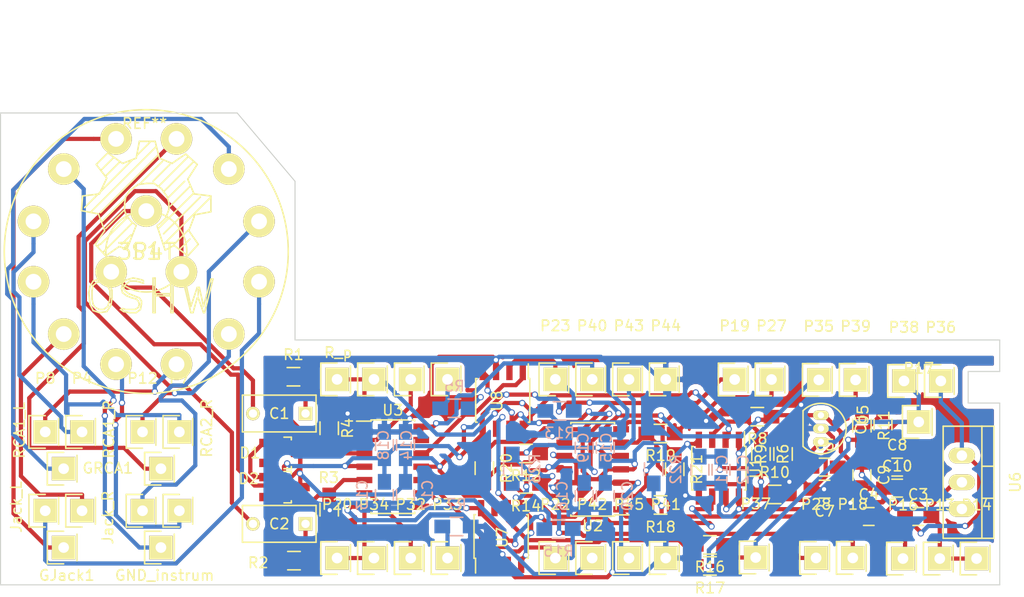
<source format=kicad_pcb>
(kicad_pcb (version 4) (host pcbnew "(2015-04-22 BZR 5620)-product")
  (layers (0 F.Cu signal) (31 B.Cu signal) (34 B.Paste user) (35 F.Paste user) (36 B.SilkS user) (37 F.SilkS user) (38 B.Mask user) (39 F.Mask user) (44 Edge.Cuts user))
  (net 0 "")
  (net 1 "Net-(C1-Pad1)")
  (net 2 "Net-(C1-Pad2)")
  (net 3 "Net-(C2-Pad1)")
  (net 4 "Net-(C2-Pad2)")
  (net 5 +15V)
  (net 6 +6VA)
  (net 7 GNDA)
  (net 8 "Net-(D1-Pad2)")
  (net 9 "Net-(D2-Pad2)")
  (net 10 "Net-(P1-Pad1)")
  (net 11 "Net-(P2-Pad1)")
  (net 12 "Net-(P3-Pad1)")
  (net 13 "Net-(P4-Pad1)")
  (net 14 "Net-(P5-Pad1)")
  (net 15 "Net-(P6-Pad1)")
  (net 16 "Net-(P7-Pad1)")
  (net 17 "Net-(P8-Pad1)")
  (net 18 "Net-(P9-Pad1)")
  (net 19 "Net-(P10-Pad1)")
  (net 20 "Net-(P11-Pad1)")
  (net 21 "Net-(P12-Pad1)")
  (net 22 /L_pow-)
  (net 23 /R_pow+)
  (net 24 "Net-(P20-Pad1)")
  (net 25 "Net-(P21-Pad1)")
  (net 26 "Net-(P22-Pad1)")
  (net 27 "Net-(P23-Pad1)")
  (net 28 /R_pow-)
  (net 29 /L_pow+)
  (net 30 "Net-(P29-Pad1)")
  (net 31 "Net-(P30-Pad1)")
  (net 32 "Net-(P32-Pad1)")
  (net 33 "Net-(P33-Pad1)")
  (net 34 "Net-(P35-Pad1)")
  (net 35 "Net-(P37-Pad1)")
  (net 36 "Net-(P39-Pad1)")
  (net 37 "Net-(P40-Pad1)")
  (net 38 "Net-(P42-Pad1)")
  (net 39 "Net-(P43-Pad1)")
  (net 40 "Net-(P45-Pad1)")
  (net 41 "Net-(R6-Pad1)")
  (net 42 "Net-(R10-Pad1)")
  (net 43 "Net-(R12-Pad1)")
  (net 44 "Net-(R14-Pad1)")
  (net 45 "Net-(R16-Pad2)")
  (net 46 "Net-(R18-Pad2)")
  (net 47 "Net-(R19-Pad2)")
  (net 48 "Net-(U3-Pad10)")
  (net 49 "Net-(U3-Pad12)")
  (net 50 -6VA)
  (module Socket_Strips:Socket_Strip_Straight_1x01 (layer F.Cu) (at 103.5 70.75)
    (fp_text reference P12 (at 0 -5.1) (layer F.SilkS))
    (fp_text value RCA2_L)
    (pad 1 thru_hole rect (at 0 0) (size 2.2352 2.2352) (drill 1.016) (layers *.Cu *.Mask F.SilkS) (net 21 "Net-(P12-Pad1)"))
  )
  (module Socket_Strips:Socket_Strip_Straight_1x01 (layer F.Cu) (at 94.25 70.75)
    (fp_text reference P8 (at 0 -5.1) (layer F.SilkS))
    (fp_text value RCA1_L (at -2.45 -0.15 90) (layer F.SilkS))
    (pad 1 thru_hole rect (at 0 0) (size 2.2352 2.2352) (drill 1.016) (layers *.Cu *.Mask F.SilkS) (net 17 "Net-(P8-Pad1)"))
  )
  (module Capacitors_ThroughHole:C_Rect_L7_W3.5_P5 (layer F.Cu) (at 119 69 180)
    (fp_text reference C1 (at 2.5 0 180) (layer F.SilkS))
    (fp_text value 470n)
    (pad 1 thru_hole rect (at 0 0 180) (size 1.3 1.3) (drill 0.8) (layers *.Cu *.Mask F.SilkS) (net 1 "Net-(C1-Pad1)"))
    (pad 2 thru_hole circle (at 5 0 180) (size 1.3 1.3) (drill 0.8) (layers *.Cu *.Mask F.SilkS) (net 2 "Net-(C1-Pad2)"))
  )
  (module Capacitors_ThroughHole:C_Rect_L7_W3.5_P5 (layer F.Cu) (at 119 79.5 180)
    (fp_text reference C2 (at 2.5 0 180) (layer F.SilkS))
    (fp_text value 470n)
    (pad 1 thru_hole rect (at 0 0 180) (size 1.3 1.3) (drill 0.8) (layers *.Cu *.Mask F.SilkS) (net 3 "Net-(C2-Pad1)"))
    (pad 2 thru_hole circle (at 5 0 180) (size 1.3 1.3) (drill 0.8) (layers *.Cu *.Mask F.SilkS) (net 4 "Net-(C2-Pad2)"))
  )
  (module Capacitors_SMD:C_0805_HandSoldering (layer F.Cu) (at 177.25 78.8)
    (fp_text reference C3 (at 0 -2.1) (layer F.SilkS))
    (fp_text value 1µ)
    (pad 1 smd rect (at -1.25 0) (size 1.5 1.25) (layers F.Cu F.Paste F.Mask) (net 5 +15V))
    (pad 2 smd rect (at 1.25 0) (size 1.5 1.25) (layers F.Cu F.Paste F.Mask) (net 50 -6VA))
  )
  (module Capacitors_SMD:C_0805_HandSoldering (layer F.Cu) (at 172.55 78.8)
    (fp_text reference C4 (at 0 -2.1) (layer F.SilkS))
    (fp_text value 10n)
    (pad 1 smd rect (at -1.25 0) (size 1.5 1.25) (layers F.Cu F.Paste F.Mask) (net 5 +15V))
    (pad 2 smd rect (at 1.25 0) (size 1.5 1.25) (layers F.Cu F.Paste F.Mask) (net 50 -6VA))
  )
  (module Capacitors_SMD:C_0805_HandSoldering (layer F.Cu) (at 168.35 74.1)
    (fp_text reference C5 (at 0 -2.1) (layer F.SilkS))
    (fp_text value 1µ)
    (pad 1 smd rect (at -1.25 0) (size 1.5 1.25) (layers F.Cu F.Paste F.Mask) (net 50 -6VA))
    (pad 2 smd rect (at 1.25 0) (size 1.5 1.25) (layers F.Cu F.Paste F.Mask) (net 6 +6VA))
  )
  (module Capacitors_SMD:C_0805_HandSoldering (layer F.Cu) (at 173.9 70.05 90)
    (fp_text reference C6 (at 0 -2.1 90) (layer F.SilkS))
    (fp_text value 10n)
    (pad 1 smd rect (at -1.25 0 90) (size 1.5 1.25) (layers F.Cu F.Paste F.Mask) (net 50 -6VA))
    (pad 2 smd rect (at 1.25 0 90) (size 1.5 1.25) (layers F.Cu F.Paste F.Mask) (net 6 +6VA))
  )
  (module Capacitors_SMD:C_0805_HandSoldering (layer F.Cu) (at 168.35 76.2 180)
    (fp_text reference C7 (at 0 -2.1 180) (layer F.SilkS))
    (fp_text value 1µ)
    (pad 1 smd rect (at -1.25 0 180) (size 1.5 1.25) (layers F.Cu F.Paste F.Mask) (net 6 +6VA))
    (pad 2 smd rect (at 1.25 0 180) (size 1.5 1.25) (layers F.Cu F.Paste F.Mask) (net 7 GNDA))
  )
  (module Capacitors_SMD:C_0805_HandSoldering (layer F.Cu) (at 175.25 74.1)
    (fp_text reference C8 (at 0 -2.1) (layer F.SilkS))
    (fp_text value 1µ)
    (pad 1 smd rect (at -1.25 0) (size 1.5 1.25) (layers F.Cu F.Paste F.Mask) (net 7 GNDA))
    (pad 2 smd rect (at 1.25 0) (size 1.5 1.25) (layers F.Cu F.Paste F.Mask) (net 50 -6VA))
  )
  (module Capacitors_SMD:C_0805_HandSoldering (layer F.Cu) (at 171.9 74.85 270)
    (fp_text reference C9 (at 0 -2.1 270) (layer F.SilkS))
    (fp_text value 10n)
    (pad 1 smd rect (at -1.25 0 270) (size 1.5 1.25) (layers F.Cu F.Paste F.Mask) (net 6 +6VA))
    (pad 2 smd rect (at 1.25 0 270) (size 1.5 1.25) (layers F.Cu F.Paste F.Mask) (net 7 GNDA))
  )
  (module Capacitors_SMD:C_0805_HandSoldering (layer F.Cu) (at 175.25 76.1)
    (fp_text reference C10 (at 0 -2.1) (layer F.SilkS))
    (fp_text value 10n)
    (pad 1 smd rect (at -1.25 0) (size 1.5 1.25) (layers F.Cu F.Paste F.Mask) (net 7 GNDA))
    (pad 2 smd rect (at 1.25 0) (size 1.5 1.25) (layers F.Cu F.Paste F.Mask) (net 50 -6VA))
  )
  (module Capacitors_SMD:C_0805_HandSoldering (layer B.Cu) (at 156.5 74.35 90)
    (fp_text reference C11 (at 0 2.1 90) (layer B.SilkS) (effects (justify mirror)))
    (fp_text value 100n)
    (pad 1 smd rect (at -1.25 0 90) (size 1.5 1.25) (layers B.Cu B.Paste B.Mask) (net 5 +15V))
    (pad 2 smd rect (at 1.25 0 90) (size 1.5 1.25) (layers B.Cu B.Paste B.Mask) (net 50 -6VA))
  )
  (module Capacitors_SMD:C_0805_HandSoldering (layer B.Cu) (at 158.5 74.35 90)
    (fp_text reference C12 (at 0 2.1 90) (layer B.SilkS) (effects (justify mirror)))
    (fp_text value 10n)
    (pad 1 smd rect (at -1.25 0 90) (size 1.5 1.25) (layers B.Cu B.Paste B.Mask) (net 5 +15V))
    (pad 2 smd rect (at 1.25 0 90) (size 1.5 1.25) (layers B.Cu B.Paste B.Mask) (net 50 -6VA))
  )
  (module Capacitors_SMD:C_0805_HandSoldering (layer B.Cu) (at 126.5 76.75 270)
    (fp_text reference C13 (at 0 2.1 270) (layer B.SilkS) (effects (justify mirror)))
    (fp_text value 100n)
    (pad 1 smd rect (at -1.25 0 270) (size 1.5 1.25) (layers B.Cu B.Paste B.Mask) (net 6 +6VA))
    (pad 2 smd rect (at 1.25 0 270) (size 1.5 1.25) (layers B.Cu B.Paste B.Mask) (net 7 GNDA))
  )
  (module Capacitors_SMD:C_0805_HandSoldering (layer B.Cu) (at 126.5 72 90)
    (fp_text reference C14 (at 0 2.1 90) (layer B.SilkS) (effects (justify mirror)))
    (fp_text value 10n)
    (pad 1 smd rect (at -1.25 0 90) (size 1.5 1.25) (layers B.Cu B.Paste B.Mask) (net 6 +6VA))
    (pad 2 smd rect (at 1.25 0 90) (size 1.5 1.25) (layers B.Cu B.Paste B.Mask) (net 7 GNDA))
  )
  (module Capacitors_SMD:C_0805_HandSoldering (layer B.Cu) (at 145.5 72.25 90)
    (fp_text reference C15 (at 0 2.1 90) (layer B.SilkS) (effects (justify mirror)))
    (fp_text value 100n)
    (pad 1 smd rect (at -1.25 0 90) (size 1.5 1.25) (layers B.Cu B.Paste B.Mask) (net 6 +6VA))
    (pad 2 smd rect (at 1.25 0 90) (size 1.5 1.25) (layers B.Cu B.Paste B.Mask) (net 7 GNDA))
  )
  (module Capacitors_SMD:C_0805_HandSoldering (layer B.Cu) (at 145.5 76.85 270)
    (fp_text reference C16 (at 0 2.1 270) (layer B.SilkS) (effects (justify mirror)))
    (fp_text value 10n)
    (pad 1 smd rect (at -1.25 0 270) (size 1.5 1.25) (layers B.Cu B.Paste B.Mask) (net 6 +6VA))
    (pad 2 smd rect (at 1.25 0 270) (size 1.5 1.25) (layers B.Cu B.Paste B.Mask) (net 7 GNDA))
  )
  (module Capacitors_SMD:C_0805_HandSoldering (layer B.Cu) (at 128.5 76.75 90)
    (fp_text reference C17 (at 0 2.1 90) (layer B.SilkS) (effects (justify mirror)))
    (fp_text value 100n)
    (pad 1 smd rect (at -1.25 0 90) (size 1.5 1.25) (layers B.Cu B.Paste B.Mask) (net 7 GNDA))
    (pad 2 smd rect (at 1.25 0 90) (size 1.5 1.25) (layers B.Cu B.Paste B.Mask) (net 50 -6VA))
  )
  (module Capacitors_SMD:C_0805_HandSoldering (layer B.Cu) (at 128.5 72 270)
    (fp_text reference C18 (at 0 2.1 270) (layer B.SilkS) (effects (justify mirror)))
    (fp_text value 10n)
    (pad 1 smd rect (at -1.25 0 270) (size 1.5 1.25) (layers B.Cu B.Paste B.Mask) (net 7 GNDA))
    (pad 2 smd rect (at 1.25 0 270) (size 1.5 1.25) (layers B.Cu B.Paste B.Mask) (net 50 -6VA))
  )
  (module Capacitors_SMD:C_0805_HandSoldering (layer B.Cu) (at 147.5 72.25 270)
    (fp_text reference C19 (at 0 2.1 270) (layer B.SilkS) (effects (justify mirror)))
    (fp_text value 100n)
    (pad 1 smd rect (at -1.25 0 270) (size 1.5 1.25) (layers B.Cu B.Paste B.Mask) (net 7 GNDA))
    (pad 2 smd rect (at 1.25 0 270) (size 1.5 1.25) (layers B.Cu B.Paste B.Mask) (net 50 -6VA))
  )
  (module Capacitors_SMD:C_0805_HandSoldering (layer B.Cu) (at 147.5 76.85 90)
    (fp_text reference C20 (at 0 2.1 90) (layer B.SilkS) (effects (justify mirror)))
    (fp_text value 10n)
    (pad 1 smd rect (at -1.25 0 90) (size 1.5 1.25) (layers B.Cu B.Paste B.Mask) (net 7 GNDA))
    (pad 2 smd rect (at 1.25 0 90) (size 1.5 1.25) (layers B.Cu B.Paste B.Mask) (net 50 -6VA))
  )
  (module Housings_SOT-23_SOT-143_TSOT-6:SOT-23_Handsoldering (layer F.Cu) (at 116.99886 72.75 270)
    (fp_text reference D1 (at 0 3.29886 360) (layer F.SilkS))
    (fp_text value D_Schottky_x2_Serial hide)
    (pad 1 smd rect (at -0.95 1.50114 270) (size 0.8001 1.80086) (layers F.Cu F.Paste F.Mask) (net 6 +6VA))
    (pad 2 smd rect (at 0.95 1.50114 270) (size 0.8001 1.80086) (layers F.Cu F.Paste F.Mask) (net 8 "Net-(D1-Pad2)"))
    (pad 3 smd rect (at 0 -1.50114 270) (size 0.8001 1.80086) (layers F.Cu F.Paste F.Mask) (net 50 -6VA))
  )
  (module Housings_SOT-23_SOT-143_TSOT-6:SOT-23_Handsoldering (layer F.Cu) (at 116.99886 76 270)
    (fp_text reference D2 (at -0.8 3.39886 360) (layer F.SilkS))
    (fp_text value D_Schottky_x2_Serial hide)
    (pad 1 smd rect (at -0.95 1.50114 270) (size 0.8001 1.80086) (layers F.Cu F.Paste F.Mask) (net 6 +6VA))
    (pad 2 smd rect (at 0.95 1.50114 270) (size 0.8001 1.80086) (layers F.Cu F.Paste F.Mask) (net 9 "Net-(D2-Pad2)"))
    (pad 3 smd rect (at 0 -1.50114 270) (size 0.8001 1.80086) (layers F.Cu F.Paste F.Mask) (net 50 -6VA))
  )
  (module Socket_Strips:Socket_Strip_Straight_1x01 (layer F.Cu) (at 96 74.25)
    (fp_text reference P1 hide)
    (fp_text value GRCA1 (at 4.2 -0.05) (layer F.SilkS))
    (pad 1 thru_hole rect (at 0 0) (size 2.2352 2.2352) (drill 1.016) (layers *.Cu *.Mask F.SilkS) (net 10 "Net-(P1-Pad1)"))
  )
  (module Socket_Strips:Socket_Strip_Straight_1x01 (layer F.Cu) (at 107 78.25)
    (fp_text reference P2 hide)
    (fp_text value Inst_R)
    (pad 1 thru_hole rect (at 0 0) (size 2.2352 2.2352) (drill 1.016) (layers *.Cu *.Mask F.SilkS) (net 11 "Net-(P2-Pad1)"))
  )
  (module Socket_Strips:Socket_Strip_Straight_1x01 (layer F.Cu) (at 105.25 81.75)
    (fp_text reference P3 hide)
    (fp_text value GND_instrum (at 0.35 2.65) (layer F.SilkS))
    (pad 1 thru_hole rect (at 0 0) (size 2.2352 2.2352) (drill 1.016) (layers *.Cu *.Mask F.SilkS) (net 12 "Net-(P3-Pad1)"))
  )
  (module Socket_Strips:Socket_Strip_Straight_1x01 (layer F.Cu) (at 97.75 70.75)
    (fp_text reference P4 (at 0 -5.1) (layer F.SilkS))
    (fp_text value RCA1_R (at 2.55 -0.25 90) (layer F.SilkS))
    (pad 1 thru_hole rect (at 0 0) (size 2.2352 2.2352) (drill 1.016) (layers *.Cu *.Mask F.SilkS) (net 13 "Net-(P4-Pad1)"))
  )
  (module Socket_Strips:Socket_Strip_Straight_1x01 (layer F.Cu) (at 103.5 78.25)
    (fp_text reference P5 hide)
    (fp_text value Inst_L)
    (pad 1 thru_hole rect (at 0 0) (size 2.2352 2.2352) (drill 1.016) (layers *.Cu *.Mask F.SilkS) (net 14 "Net-(P5-Pad1)"))
  )
  (module Socket_Strips:Socket_Strip_Straight_1x01 (layer F.Cu) (at 105.25 74.25)
    (fp_text reference P6 hide)
    (fp_text value GRCA2)
    (pad 1 thru_hole rect (at 0 0) (size 2.2352 2.2352) (drill 1.016) (layers *.Cu *.Mask F.SilkS) (net 15 "Net-(P6-Pad1)"))
  )
  (module Socket_Strips:Socket_Strip_Straight_1x01 (layer F.Cu) (at 107 70.75)
    (fp_text reference P7 (at 0 -5.1) (layer F.SilkS))
    (fp_text value RCA2_R (at 2.6 -0.35 90) (layer F.SilkS))
    (pad 1 thru_hole rect (at 0 0) (size 2.2352 2.2352) (drill 1.016) (layers *.Cu *.Mask F.SilkS) (net 16 "Net-(P7-Pad1)"))
  )
  (module Socket_Strips:Socket_Strip_Straight_1x01 (layer F.Cu) (at 96 81.75)
    (fp_text reference P9 hide)
    (fp_text value GJack1 (at 0.3 2.65) (layer F.SilkS))
    (pad 1 thru_hole rect (at 0 0) (size 2.2352 2.2352) (drill 1.016) (layers *.Cu *.Mask F.SilkS) (net 18 "Net-(P9-Pad1)"))
  )
  (module Socket_Strips:Socket_Strip_Straight_1x01 (layer F.Cu) (at 94.25 78.25)
    (fp_text reference P10 hide)
    (fp_text value Jack_L (at -2.75 -0.35 90) (layer F.SilkS))
    (pad 1 thru_hole rect (at 0 0) (size 2.2352 2.2352) (drill 1.016) (layers *.Cu *.Mask F.SilkS) (net 19 "Net-(P10-Pad1)"))
  )
  (module Socket_Strips:Socket_Strip_Straight_1x01 (layer F.Cu) (at 97.75 78.25)
    (fp_text reference P11 hide)
    (fp_text value Jack_R (at 2.45 0.65 90) (layer F.SilkS))
    (pad 1 thru_hole rect (at 0 0) (size 2.2352 2.2352) (drill 1.016) (layers *.Cu *.Mask F.SilkS) (net 20 "Net-(P11-Pad1)"))
  )
  (module Socket_Strips:Socket_Strip_Straight_1x01 (layer F.Cu) (at 179.3 82.8)
    (fp_text reference P13 (at 0 -5.1) (layer F.SilkS))
    (fp_text value GND)
    (pad 1 thru_hole rect (at 0 0) (size 2.2352 2.2352) (drill 1.016) (layers *.Cu *.Mask F.SilkS) (net 50 -6VA))
  )
  (module Socket_Strips:Socket_Strip_Straight_1x01 (layer F.Cu) (at 182.8 82.8)
    (fp_text reference P14 (at 0 -5.1) (layer F.SilkS))
    (fp_text value GND)
    (pad 1 thru_hole rect (at 0 0) (size 2.2352 2.2352) (drill 1.016) (layers *.Cu *.Mask F.SilkS) (net 50 -6VA))
  )
  (module Socket_Strips:Socket_Strip_Straight_1x01 (layer F.Cu) (at 175.8 82.8)
    (fp_text reference P16 (at 0 -5.1) (layer F.SilkS))
    (fp_text value +15)
    (pad 1 thru_hole rect (at 0 0) (size 2.2352 2.2352) (drill 1.016) (layers *.Cu *.Mask F.SilkS) (net 5 +15V))
  )
  (module Socket_Strips:Socket_Strip_Straight_1x01 (layer F.Cu) (at 177.3 69.8)
    (fp_text reference P17 (at 0 -5.1) (layer F.SilkS))
    (fp_text value GND)
    (pad 1 thru_hole rect (at 0 0) (size 2.2352 2.2352) (drill 1.016) (layers *.Cu *.Mask F.SilkS) (net 50 -6VA))
  )
  (module Socket_Strips:Socket_Strip_Straight_1x01 (layer F.Cu) (at 171.03 82.74)
    (fp_text reference P18 (at 0 -5.1) (layer F.SilkS))
    (fp_text value L_pow+)
    (pad 1 thru_hole rect (at 0 0) (size 2.2352 2.2352) (drill 1.016) (layers *.Cu *.Mask F.SilkS) (net 22 /L_pow-))
  )
  (module Socket_Strips:Socket_Strip_Straight_1x01 (layer F.Cu) (at 159.8 65.76)
    (fp_text reference P19 (at 0 -5.1) (layer F.SilkS))
    (fp_text value R_pow+)
    (pad 1 thru_hole rect (at 0 0) (size 2.2352 2.2352) (drill 1.016) (layers *.Cu *.Mask F.SilkS) (net 23 /R_pow+))
  )
  (module Socket_Strips:Socket_Strip_Straight_1x01 (layer F.Cu) (at 122 82.75)
    (fp_text reference P20 (at 0 -5.1) (layer F.SilkS))
    (fp_text value L_pentode)
    (pad 1 thru_hole rect (at 0 0) (size 2.2352 2.2352) (drill 1.016) (layers *.Cu *.Mask F.SilkS) (net 24 "Net-(P20-Pad1)"))
  )
  (module Socket_Strips:Socket_Strip_Straight_1x01 (layer F.Cu) (at 122 65.75)
    (fp_text reference P21 hide)
    (fp_text value R_p (at 0.1 -2.55) (layer F.SilkS))
    (pad 1 thru_hole rect (at 0 0) (size 2.2352 2.2352) (drill 1.016) (layers *.Cu *.Mask F.SilkS) (net 25 "Net-(P21-Pad1)"))
  )
  (module Socket_Strips:Socket_Strip_Straight_1x01 (layer F.Cu) (at 142.75 82.75)
    (fp_text reference P22 (at 0 -5.1) (layer F.SilkS))
    (fp_text value L_pentode_in)
    (pad 1 thru_hole rect (at 0 0) (size 2.2352 2.2352) (drill 1.016) (layers *.Cu *.Mask F.SilkS) (net 26 "Net-(P22-Pad1)"))
  )
  (module Socket_Strips:Socket_Strip_Straight_1x01 (layer F.Cu) (at 142.75 65.75)
    (fp_text reference P23 (at 0 -5.1) (layer F.SilkS))
    (fp_text value R_pentode_in)
    (pad 1 thru_hole rect (at 0 0) (size 2.2352 2.2352) (drill 1.016) (layers *.Cu *.Mask F.SilkS) (net 27 "Net-(P23-Pad1)"))
  )
  (module Socket_Strips:Socket_Strip_Straight_1x01 (layer F.Cu) (at 163.3 65.76)
    (fp_text reference P27 (at 0 -5.1) (layer F.SilkS))
    (fp_text value R_pow-)
    (pad 1 thru_hole rect (at 0 0) (size 2.2352 2.2352) (drill 1.016) (layers *.Cu *.Mask F.SilkS) (net 28 /R_pow-))
  )
  (module Socket_Strips:Socket_Strip_Straight_1x01 (layer F.Cu) (at 167.54 82.74)
    (fp_text reference P28 (at 0 -5.1) (layer F.SilkS))
    (fp_text value L_pow-)
    (pad 1 thru_hole rect (at 0 0) (size 2.2352 2.2352) (drill 1.016) (layers *.Cu *.Mask F.SilkS) (net 29 /L_pow+))
  )
  (module Socket_Strips:Socket_Strip_Straight_1x01 (layer F.Cu) (at 129 65.75)
    (fp_text reference P29 hide)
    (fp_text value GRM)
    (pad 1 thru_hole rect (at 0 0) (size 2.2352 2.2352) (drill 1.016) (layers *.Cu *.Mask F.SilkS) (net 30 "Net-(P29-Pad1)"))
  )
  (module Socket_Strips:Socket_Strip_Straight_1x01 (layer F.Cu) (at 132.5 65.75)
    (fp_text reference P30 hide)
    (fp_text value GRL)
    (pad 1 thru_hole rect (at 0 0) (size 2.2352 2.2352) (drill 1.016) (layers *.Cu *.Mask F.SilkS) (net 31 "Net-(P30-Pad1)"))
  )
  (module Socket_Strips:Socket_Strip_Straight_1x01 (layer F.Cu) (at 125.5 65.75)
    (fp_text reference P31 hide)
    (fp_text value GRH)
    (pad 1 thru_hole rect (at 0 0) (size 2.2352 2.2352) (drill 1.016) (layers *.Cu *.Mask F.SilkS) (net 25 "Net-(P21-Pad1)"))
  )
  (module Socket_Strips:Socket_Strip_Straight_1x01 (layer F.Cu) (at 129 82.75)
    (fp_text reference P32 (at 0 -5.1) (layer F.SilkS))
    (fp_text value Gain_L_M)
    (pad 1 thru_hole rect (at 0 0) (size 2.2352 2.2352) (drill 1.016) (layers *.Cu *.Mask F.SilkS) (net 32 "Net-(P32-Pad1)"))
  )
  (module Socket_Strips:Socket_Strip_Straight_1x01 (layer F.Cu) (at 132.5 82.75)
    (fp_text reference P33 (at 0 -5.1) (layer F.SilkS))
    (fp_text value Gain_L_L)
    (pad 1 thru_hole rect (at 0 0) (size 2.2352 2.2352) (drill 1.016) (layers *.Cu *.Mask F.SilkS) (net 33 "Net-(P33-Pad1)"))
  )
  (module Socket_Strips:Socket_Strip_Straight_1x01 (layer F.Cu) (at 125.5 82.75)
    (fp_text reference P34 (at 0 -5.1) (layer F.SilkS))
    (fp_text value Gain_L_H)
    (pad 1 thru_hole rect (at 0 0) (size 2.2352 2.2352) (drill 1.016) (layers *.Cu *.Mask F.SilkS) (net 24 "Net-(P20-Pad1)"))
  )
  (module Socket_Strips:Socket_Strip_Straight_1x01 (layer F.Cu) (at 167.8 65.8)
    (fp_text reference P35 (at 0 -5.1) (layer F.SilkS))
    (fp_text value LED_Ca)
    (pad 1 thru_hole rect (at 0 0) (size 2.2352 2.2352) (drill 1.016) (layers *.Cu *.Mask F.SilkS) (net 34 "Net-(P35-Pad1)"))
  )
  (module Socket_Strips:Socket_Strip_Straight_1x01 (layer F.Cu) (at 179.4 65.9)
    (fp_text reference P36 (at 0 -5.1) (layer F.SilkS))
    (fp_text value SW_1)
    (pad 1 thru_hole rect (at 0 0) (size 2.2352 2.2352) (drill 1.016) (layers *.Cu *.Mask F.SilkS) (net 5 +15V))
  )
  (module Socket_Strips:Socket_Strip_Straight_1x01 (layer F.Cu) (at 161.8 82.7)
    (fp_text reference P37 (at 0 -5.1) (layer F.SilkS))
    (fp_text value SW_com)
    (pad 1 thru_hole rect (at 0 0) (size 2.2352 2.2352) (drill 1.016) (layers *.Cu *.Mask F.SilkS) (net 35 "Net-(P37-Pad1)"))
  )
  (module Socket_Strips:Socket_Strip_Straight_1x01 (layer F.Cu) (at 175.9 65.9)
    (fp_text reference P38 (at 0 -5.1) (layer F.SilkS))
    (fp_text value SW_2)
    (pad 1 thru_hole rect (at 0 0) (size 2.2352 2.2352) (drill 1.016) (layers *.Cu *.Mask F.SilkS) (net 50 -6VA))
  )
  (module Socket_Strips:Socket_Strip_Straight_1x01 (layer F.Cu) (at 171.3 65.8)
    (fp_text reference P39 (at 0 -5.1) (layer F.SilkS))
    (fp_text value LED_An)
    (pad 1 thru_hole rect (at 0 0) (size 2.2352 2.2352) (drill 1.016) (layers *.Cu *.Mask F.SilkS) (net 36 "Net-(P39-Pad1)"))
  )
  (module Socket_Strips:Socket_Strip_Straight_1x01 (layer F.Cu) (at 146.25 65.75)
    (fp_text reference P40 (at 0 -5.1) (layer F.SilkS))
    (fp_text value vol_R_H)
    (pad 1 thru_hole rect (at 0 0) (size 2.2352 2.2352) (drill 1.016) (layers *.Cu *.Mask F.SilkS) (net 37 "Net-(P40-Pad1)"))
  )
  (module Socket_Strips:Socket_Strip_Straight_1x01 (layer F.Cu) (at 153.25 82.75)
    (fp_text reference P41 (at 0 -5.1) (layer F.SilkS))
    (fp_text value vol_L_L)
    (pad 1 thru_hole rect (at 0 0) (size 2.2352 2.2352) (drill 1.016) (layers *.Cu *.Mask F.SilkS) (net 7 GNDA))
  )
  (module Socket_Strips:Socket_Strip_Straight_1x01 (layer F.Cu) (at 146.25 82.75)
    (fp_text reference P42 (at 0 -5.1) (layer F.SilkS))
    (fp_text value vol_L_H)
    (pad 1 thru_hole rect (at 0 0) (size 2.2352 2.2352) (drill 1.016) (layers *.Cu *.Mask F.SilkS) (net 38 "Net-(P42-Pad1)"))
  )
  (module Socket_Strips:Socket_Strip_Straight_1x01 (layer F.Cu) (at 149.75 65.75)
    (fp_text reference P43 (at 0 -5.1) (layer F.SilkS))
    (fp_text value vol_R_M)
    (pad 1 thru_hole rect (at 0 0) (size 2.2352 2.2352) (drill 1.016) (layers *.Cu *.Mask F.SilkS) (net 39 "Net-(P43-Pad1)"))
  )
  (module Socket_Strips:Socket_Strip_Straight_1x01 (layer F.Cu) (at 153.25 65.75)
    (fp_text reference P44 (at 0 -5.1) (layer F.SilkS))
    (fp_text value vol_R_L)
    (pad 1 thru_hole rect (at 0 0) (size 2.2352 2.2352) (drill 1.016) (layers *.Cu *.Mask F.SilkS) (net 7 GNDA))
  )
  (module Socket_Strips:Socket_Strip_Straight_1x01 (layer F.Cu) (at 149.75 82.75)
    (fp_text reference P45 (at 0 -5.1) (layer F.SilkS))
    (fp_text value vol_L_M)
    (pad 1 thru_hole rect (at 0 0) (size 2.2352 2.2352) (drill 1.016) (layers *.Cu *.Mask F.SilkS) (net 40 "Net-(P45-Pad1)"))
  )
  (module Resistors_SMD:R_0805_HandSoldering (layer F.Cu) (at 117.85 65.5)
    (fp_text reference R1 (at 0 -2.1) (layer F.SilkS))
    (fp_text value 10k)
    (pad 1 smd rect (at -1.35 0) (size 1.5 1.3) (layers F.Cu F.Paste F.Mask) (net 8 "Net-(D1-Pad2)"))
    (pad 2 smd rect (at 1.35 0) (size 1.5 1.3) (layers F.Cu F.Paste F.Mask) (net 1 "Net-(C1-Pad1)"))
  )
  (module Resistors_SMD:R_0805_HandSoldering (layer F.Cu) (at 117.9 83)
    (fp_text reference R2 (at -3.4 0.2 180) (layer F.SilkS))
    (fp_text value 10k)
    (pad 1 smd rect (at -1.35 0) (size 1.5 1.3) (layers F.Cu F.Paste F.Mask) (net 9 "Net-(D2-Pad2)"))
    (pad 2 smd rect (at 1.35 0) (size 1.5 1.3) (layers F.Cu F.Paste F.Mask) (net 3 "Net-(C2-Pad1)"))
  )
  (module Resistors_SMD:R_0805_HandSoldering (layer F.Cu) (at 121.25 78.15 90)
    (fp_text reference R3 (at 3.05 -0.05 180) (layer F.SilkS))
    (fp_text value 1M)
    (pad 1 smd rect (at -1.35 0 90) (size 1.5 1.3) (layers F.Cu F.Paste F.Mask) (net 7 GNDA))
    (pad 2 smd rect (at 1.35 0 90) (size 1.5 1.3) (layers F.Cu F.Paste F.Mask) (net 9 "Net-(D2-Pad2)"))
  )
  (module Resistors_SMD:R_0805_HandSoldering (layer F.Cu) (at 121.25 70.4 270)
    (fp_text reference R4 (at 0 -1.75 270) (layer F.SilkS))
    (fp_text value 1M)
    (pad 1 smd rect (at -1.35 0 270) (size 1.5 1.3) (layers F.Cu F.Paste F.Mask) (net 7 GNDA))
    (pad 2 smd rect (at 1.35 0 270) (size 1.5 1.3) (layers F.Cu F.Paste F.Mask) (net 8 "Net-(D1-Pad2)"))
  )
  (module Resistors_SMD:R_0805_HandSoldering (layer B.Cu) (at 133.15 68.5 180)
    (fp_text reference R5 (at 0 2.1 180) (layer B.SilkS) (effects (justify mirror)))
    (fp_text value 2.2k)
    (pad 1 smd rect (at -1.35 0 180) (size 1.5 1.3) (layers B.Cu B.Paste B.Mask) (net 7 GNDA))
    (pad 2 smd rect (at 1.35 0 180) (size 1.5 1.3) (layers B.Cu B.Paste B.Mask) (net 31 "Net-(P30-Pad1)"))
  )
  (module Resistors_SMD:R_0805_HandSoldering (layer F.Cu) (at 162.3 72.85 270)
    (fp_text reference R6 (at 0 -2.1 270) (layer F.SilkS))
    (fp_text value TBD)
    (pad 1 smd rect (at -1.35 0 270) (size 1.5 1.3) (layers F.Cu F.Paste F.Mask) (net 41 "Net-(R6-Pad1)"))
    (pad 2 smd rect (at 1.35 0 270) (size 1.5 1.3) (layers F.Cu F.Paste F.Mask) (net 50 -6VA))
  )
  (module Resistors_SMD:R_0805_HandSoldering (layer F.Cu) (at 161.95 69.3 180)
    (fp_text reference R8 (at 0 -2.1 180) (layer F.SilkS))
    (fp_text value TBD)
    (pad 1 smd rect (at -1.35 0 180) (size 1.5 1.3) (layers F.Cu F.Paste F.Mask) (net 6 +6VA))
    (pad 2 smd rect (at 1.35 0 180) (size 1.5 1.3) (layers F.Cu F.Paste F.Mask) (net 41 "Net-(R6-Pad1)"))
  )
  (module Resistors_SMD:R_0805_HandSoldering (layer F.Cu) (at 164.4 72.85 90)
    (fp_text reference R9 (at 0 -2.1 90) (layer F.SilkS))
    (fp_text value TBD)
    (pad 1 smd rect (at -1.35 0 90) (size 1.5 1.3) (layers F.Cu F.Paste F.Mask) (net 42 "Net-(R10-Pad1)"))
    (pad 2 smd rect (at 1.35 0 90) (size 1.5 1.3) (layers F.Cu F.Paste F.Mask) (net 50 -6VA))
  )
  (module Resistors_SMD:R_0805_HandSoldering (layer F.Cu) (at 163.6 76.7)
    (fp_text reference R10 (at 0 -2.1) (layer F.SilkS))
    (fp_text value TBD)
    (pad 1 smd rect (at -1.35 0) (size 1.5 1.3) (layers F.Cu F.Paste F.Mask) (net 42 "Net-(R10-Pad1)"))
    (pad 2 smd rect (at 1.35 0) (size 1.5 1.3) (layers F.Cu F.Paste F.Mask) (net 6 +6VA))
  )
  (module Resistors_SMD:R_0805_HandSoldering (layer F.Cu) (at 171.9 70.15 270)
    (fp_text reference R11 (at 0 -2.1 270) (layer F.SilkS))
    (fp_text value 4.7k)
    (pad 1 smd rect (at -1.35 0 270) (size 1.5 1.3) (layers F.Cu F.Paste F.Mask) (net 36 "Net-(P39-Pad1)"))
    (pad 2 smd rect (at 1.35 0 270) (size 1.5 1.3) (layers F.Cu F.Paste F.Mask) (net 35 "Net-(P37-Pad1)"))
  )
  (module Resistors_SMD:R_0805_HandSoldering (layer F.Cu) (at 139.95 72.8 180)
    (fp_text reference R12 (at 0 -2.1 180) (layer F.SilkS))
    (fp_text value 10k)
    (pad 1 smd rect (at -1.35 0 180) (size 1.5 1.3) (layers F.Cu F.Paste F.Mask) (net 43 "Net-(R12-Pad1)"))
    (pad 2 smd rect (at 1.35 0 180) (size 1.5 1.3) (layers F.Cu F.Paste F.Mask) (net 39 "Net-(P43-Pad1)"))
  )
  (module Resistors_SMD:R_0805_HandSoldering (layer B.Cu) (at 143.15 68.75)
    (fp_text reference R13 (at 0 2.1) (layer B.SilkS) (effects (justify mirror)))
    (fp_text value 1.8k)
    (pad 1 smd rect (at -1.35 0) (size 1.5 1.3) (layers B.Cu B.Paste B.Mask) (net 7 GNDA))
    (pad 2 smd rect (at 1.35 0) (size 1.5 1.3) (layers B.Cu B.Paste B.Mask) (net 27 "Net-(P23-Pad1)"))
  )
  (module Resistors_SMD:R_0805_HandSoldering (layer F.Cu) (at 139.95 75.7 180)
    (fp_text reference R14 (at 0 -2.1 180) (layer F.SilkS))
    (fp_text value 10k)
    (pad 1 smd rect (at -1.35 0 180) (size 1.5 1.3) (layers F.Cu F.Paste F.Mask) (net 44 "Net-(R14-Pad1)"))
    (pad 2 smd rect (at 1.35 0 180) (size 1.5 1.3) (layers F.Cu F.Paste F.Mask) (net 40 "Net-(P45-Pad1)"))
  )
  (module Resistors_SMD:R_0805_HandSoldering (layer B.Cu) (at 143.05 80)
    (fp_text reference R15 (at 0 2.1) (layer B.SilkS) (effects (justify mirror)))
    (fp_text value 1.8k)
    (pad 1 smd rect (at -1.35 0) (size 1.5 1.3) (layers B.Cu B.Paste B.Mask) (net 7 GNDA))
    (pad 2 smd rect (at 1.35 0) (size 1.5 1.3) (layers B.Cu B.Paste B.Mask) (net 26 "Net-(P22-Pad1)"))
  )
  (module Resistors_SMD:R_0805_HandSoldering (layer F.Cu) (at 157.45 81.5 180)
    (fp_text reference R16 (at 0 -2.1 180) (layer F.SilkS))
    (fp_text value 50k)
    (pad 1 smd rect (at -1.35 0 180) (size 1.5 1.3) (layers F.Cu F.Paste F.Mask) (net 35 "Net-(P37-Pad1)"))
    (pad 2 smd rect (at 1.35 0 180) (size 1.5 1.3) (layers F.Cu F.Paste F.Mask) (net 45 "Net-(R16-Pad2)"))
  )
  (module Resistors_SMD:R_0805_HandSoldering (layer F.Cu) (at 157.45 83.5 180)
    (fp_text reference R17 (at 0 -2.1 180) (layer F.SilkS))
    (fp_text value 100k)
    (pad 1 smd rect (at -1.35 0 180) (size 1.5 1.3) (layers F.Cu F.Paste F.Mask) (net 50 -6VA))
    (pad 2 smd rect (at 1.35 0 180) (size 1.5 1.3) (layers F.Cu F.Paste F.Mask) (net 45 "Net-(R16-Pad2)"))
  )
  (module Resistors_SMD:R_0805_HandSoldering (layer F.Cu) (at 152.75 77.7 180)
    (fp_text reference R18 (at 0 -2.1 180) (layer F.SilkS))
    (fp_text value 10k)
    (pad 1 smd rect (at -1.35 0 180) (size 1.5 1.3) (layers F.Cu F.Paste F.Mask) (net 7 GNDA))
    (pad 2 smd rect (at 1.35 0 180) (size 1.5 1.3) (layers F.Cu F.Paste F.Mask) (net 46 "Net-(R18-Pad2)"))
  )
  (module Resistors_SMD:R_0805_HandSoldering (layer F.Cu) (at 152.75 70.9 180)
    (fp_text reference R19 (at 0 -2.1 180) (layer F.SilkS))
    (fp_text value 10k)
    (pad 1 smd rect (at -1.35 0 180) (size 1.5 1.3) (layers F.Cu F.Paste F.Mask) (net 7 GNDA))
    (pad 2 smd rect (at 1.35 0 180) (size 1.5 1.3) (layers F.Cu F.Paste F.Mask) (net 47 "Net-(R19-Pad2)"))
  )
  (module Resistors_SMD:R_0805_HandSoldering (layer F.Cu) (at 136 74.2 270)
    (fp_text reference R20 (at 0 -2.1 270) (layer F.SilkS))
    (fp_text value 10k)
    (pad 1 smd rect (at -1.35 0 270) (size 1.5 1.3) (layers F.Cu F.Paste F.Mask) (net 23 /R_pow+))
    (pad 2 smd rect (at 1.35 0 270) (size 1.5 1.3) (layers F.Cu F.Paste F.Mask) (net 43 "Net-(R12-Pad1)"))
  )
  (module Resistors_SMD:R_0805_HandSoldering (layer F.Cu) (at 154.1 74.3 270)
    (fp_text reference R21 (at 0 -2.1 270) (layer F.SilkS))
    (fp_text value 10k)
    (pad 1 smd rect (at -1.35 0 270) (size 1.5 1.3) (layers F.Cu F.Paste F.Mask) (net 28 /R_pow-))
    (pad 2 smd rect (at 1.35 0 270) (size 1.5 1.3) (layers F.Cu F.Paste F.Mask) (net 47 "Net-(R19-Pad2)"))
  )
  (module Resistors_SMD:R_0805_HandSoldering (layer B.Cu) (at 152.1 74.3 90)
    (fp_text reference R22 (at 0 2.1 90) (layer B.SilkS) (effects (justify mirror)))
    (fp_text value 10k)
    (pad 1 smd rect (at -1.35 0 90) (size 1.5 1.3) (layers B.Cu B.Paste B.Mask) (net 22 /L_pow-))
    (pad 2 smd rect (at 1.35 0 90) (size 1.5 1.3) (layers B.Cu B.Paste B.Mask) (net 46 "Net-(R18-Pad2)"))
  )
  (module Resistors_SMD:R_0805_HandSoldering (layer B.Cu) (at 138.7 74.25 90)
    (fp_text reference R23 (at 0 2.1 90) (layer B.SilkS) (effects (justify mirror)))
    (fp_text value 10k)
    (pad 1 smd rect (at -1.35 0 90) (size 1.5 1.3) (layers B.Cu B.Paste B.Mask) (net 29 /L_pow+))
    (pad 2 smd rect (at 1.35 0 90) (size 1.5 1.3) (layers B.Cu B.Paste B.Mask) (net 44 "Net-(R14-Pad1)"))
  )
  (module switch:A (layer F.Cu) (at 103.858224 53.587109)
    (fp_text reference S1 (at 0 0) (layer F.SilkS) (effects (font (thickness 0.2))))
    (fp_text value 3P4T (at 0 0) (layer F.SilkS) (effects (font (thickness 0.2))))
    (pad 1 thru_hole oval (at -2.872891 10.721776) (size 3 3) (drill 1.5) (layers *.Cu *.Mask F.SilkS) (net 11 "Net-(P2-Pad1)"))
    (pad 2 thru_hole oval (at -7.848885 7.848885) (size 3 3) (drill 1.5) (layers *.Cu *.Mask F.SilkS) (net 20 "Net-(P11-Pad1)"))
    (pad 3 thru_hole oval (at -10.721776 2.872891) (size 3 3) (drill 1.5) (layers *.Cu *.Mask F.SilkS) (net 16 "Net-(P7-Pad1)"))
    (pad 4 thru_hole oval (at -10.721776 -2.872891) (size 3 3) (drill 1.5) (layers *.Cu *.Mask F.SilkS) (net 13 "Net-(P4-Pad1)"))
    (pad 5 thru_hole oval (at -7.848885 -7.848885) (size 3 3) (drill 1.5) (layers *.Cu *.Mask F.SilkS) (net 12 "Net-(P3-Pad1)"))
    (pad 6 thru_hole oval (at -2.872891 -10.721776) (size 3 3) (drill 1.5) (layers *.Cu *.Mask F.SilkS) (net 18 "Net-(P9-Pad1)"))
    (pad 7 thru_hole oval (at 2.872891 -10.721776) (size 3 3) (drill 1.5) (layers *.Cu *.Mask F.SilkS) (net 15 "Net-(P6-Pad1)"))
    (pad 8 thru_hole oval (at 7.848885 -7.848885) (size 3 3) (drill 1.5) (layers *.Cu *.Mask F.SilkS) (net 10 "Net-(P1-Pad1)"))
    (pad 9 thru_hole oval (at 10.721776 -2.872891) (size 3 3) (drill 1.5) (layers *.Cu *.Mask F.SilkS) (net 14 "Net-(P5-Pad1)"))
    (pad 10 thru_hole oval (at 10.721776 2.872891) (size 3 3) (drill 1.5) (layers *.Cu *.Mask F.SilkS) (net 19 "Net-(P10-Pad1)"))
    (pad 11 thru_hole oval (at 7.848885 7.848885) (size 3 3) (drill 1.5) (layers *.Cu *.Mask F.SilkS) (net 21 "Net-(P12-Pad1)"))
    (pad 12 thru_hole oval (at 2.872891 10.721776) (size 3 3) (drill 1.5) (layers *.Cu *.Mask F.SilkS) (net 17 "Net-(P8-Pad1)"))
    (pad B thru_hole circle (at 0 -3.85) (size 3 3) (drill 1.5) (layers *.Cu *.Mask F.SilkS) (net 50 -6VA))
    (pad A thru_hole circle (at -3.334198 1.925 120) (size 3 3) (drill 1.5) (layers *.Cu *.Mask F.SilkS) (net 2 "Net-(C1-Pad2)"))
    (pad C thru_hole circle (at 3.334198 1.925 240) (size 3 3) (drill 1.5) (layers *.Cu *.Mask F.SilkS) (net 4 "Net-(C2-Pad2)"))
  )
  (module Housings_SOIC:SOIC-8_3.9x4.9mm_Pitch1.27mm (layer F.Cu) (at 158.3 74.2 270)
    (fp_text reference U1 (at 0 -3.5 270) (layer F.SilkS))
    (fp_text value LM193)
    (pad 1 smd rect (at -2.7 -1.905 270) (size 1.55 0.6) (layers F.Cu F.Paste F.Mask) (net 34 "Net-(P35-Pad1)"))
    (pad 2 smd rect (at -2.7 -0.635 270) (size 1.55 0.6) (layers F.Cu F.Paste F.Mask) (net 25 "Net-(P21-Pad1)"))
    (pad 3 smd rect (at -2.7 0.635 270) (size 1.55 0.6) (layers F.Cu F.Paste F.Mask) (net 41 "Net-(R6-Pad1)"))
    (pad 4 smd rect (at -2.7 1.905 270) (size 1.55 0.6) (layers F.Cu F.Paste F.Mask) (net 50 -6VA))
    (pad 5 smd rect (at 2.7 1.905 270) (size 1.55 0.6) (layers F.Cu F.Paste F.Mask) (net 42 "Net-(R10-Pad1)"))
    (pad 6 smd rect (at 2.7 0.635 270) (size 1.55 0.6) (layers F.Cu F.Paste F.Mask) (net 24 "Net-(P20-Pad1)"))
    (pad 7 smd rect (at 2.7 -0.635 270) (size 1.55 0.6) (layers F.Cu F.Paste F.Mask) (net 34 "Net-(P35-Pad1)"))
    (pad 8 smd rect (at 2.7 -1.905 270) (size 1.55 0.6) (layers F.Cu F.Paste F.Mask) (net 5 +15V))
  )
  (module Housings_SOIC:SOIC-14_3.9x8.7mm_Pitch1.27mm (layer F.Cu) (at 146.3 74.31 180)
    (fp_text reference U2 (at 0 -5.375 180) (layer F.SilkS))
    (fp_text value TL074)
    (pad 1 smd rect (at -2.7 -3.81 180) (size 1.5 0.6) (layers F.Cu F.Paste F.Mask) (net 22 /L_pow-))
    (pad 2 smd rect (at -2.7 -2.54 180) (size 1.5 0.6) (layers F.Cu F.Paste F.Mask) (net 46 "Net-(R18-Pad2)"))
    (pad 3 smd rect (at -2.7 -1.27 180) (size 1.5 0.6) (layers F.Cu F.Paste F.Mask) (net 40 "Net-(P45-Pad1)"))
    (pad 4 smd rect (at -2.7 0 180) (size 1.5 0.6) (layers F.Cu F.Paste F.Mask) (net 50 -6VA))
    (pad 5 smd rect (at -2.7 1.27 180) (size 1.5 0.6) (layers F.Cu F.Paste F.Mask) (net 39 "Net-(P43-Pad1)"))
    (pad 6 smd rect (at -2.7 2.54 180) (size 1.5 0.6) (layers F.Cu F.Paste F.Mask) (net 47 "Net-(R19-Pad2)"))
    (pad 7 smd rect (at -2.7 3.81 180) (size 1.5 0.6) (layers F.Cu F.Paste F.Mask) (net 28 /R_pow-))
    (pad 8 smd rect (at 2.7 3.81 180) (size 1.5 0.6) (layers F.Cu F.Paste F.Mask) (net 23 /R_pow+))
    (pad 9 smd rect (at 2.7 2.54 180) (size 1.5 0.6) (layers F.Cu F.Paste F.Mask) (net 43 "Net-(R12-Pad1)"))
    (pad 10 smd rect (at 2.7 1.27 180) (size 1.5 0.6) (layers F.Cu F.Paste F.Mask) (net 7 GNDA))
    (pad 11 smd rect (at 2.7 0 180) (size 1.5 0.6) (layers F.Cu F.Paste F.Mask) (net 6 +6VA))
    (pad 12 smd rect (at 2.7 -1.27 180) (size 1.5 0.6) (layers F.Cu F.Paste F.Mask) (net 7 GNDA))
    (pad 13 smd rect (at 2.7 -2.54 180) (size 1.5 0.6) (layers F.Cu F.Paste F.Mask) (net 44 "Net-(R14-Pad1)"))
    (pad 14 smd rect (at 2.7 -3.81 180) (size 1.5 0.6) (layers F.Cu F.Paste F.Mask) (net 29 /L_pow+))
  )
  (module Housings_SOIC:SOIC-14_3.9x8.7mm_Pitch1.27mm (layer F.Cu) (at 127.3 74.06)
    (fp_text reference U3 (at 0 -5.375) (layer F.SilkS))
    (fp_text value TL074)
    (pad 1 smd rect (at -2.7 -3.81) (size 1.5 0.6) (layers F.Cu F.Paste F.Mask) (net 25 "Net-(P21-Pad1)"))
    (pad 2 smd rect (at -2.7 -2.54) (size 1.5 0.6) (layers F.Cu F.Paste F.Mask) (net 30 "Net-(P29-Pad1)"))
    (pad 3 smd rect (at -2.7 -1.27) (size 1.5 0.6) (layers F.Cu F.Paste F.Mask) (net 8 "Net-(D1-Pad2)"))
    (pad 4 smd rect (at -2.7 0) (size 1.5 0.6) (layers F.Cu F.Paste F.Mask) (net 6 +6VA))
    (pad 5 smd rect (at -2.7 1.27) (size 1.5 0.6) (layers F.Cu F.Paste F.Mask) (net 9 "Net-(D2-Pad2)"))
    (pad 6 smd rect (at -2.7 2.54) (size 1.5 0.6) (layers F.Cu F.Paste F.Mask) (net 32 "Net-(P32-Pad1)"))
    (pad 7 smd rect (at -2.7 3.81) (size 1.5 0.6) (layers F.Cu F.Paste F.Mask) (net 24 "Net-(P20-Pad1)"))
    (pad 8 smd rect (at 2.7 3.81) (size 1.5 0.6) (layers F.Cu F.Paste F.Mask) (net 38 "Net-(P42-Pad1)"))
    (pad 9 smd rect (at 2.7 2.54) (size 1.5 0.6) (layers F.Cu F.Paste F.Mask) (net 38 "Net-(P42-Pad1)"))
    (pad 10 smd rect (at 2.7 1.27) (size 1.5 0.6) (layers F.Cu F.Paste F.Mask) (net 48 "Net-(U3-Pad10)"))
    (pad 11 smd rect (at 2.7 0) (size 1.5 0.6) (layers F.Cu F.Paste F.Mask) (net 50 -6VA))
    (pad 12 smd rect (at 2.7 -1.27) (size 1.5 0.6) (layers F.Cu F.Paste F.Mask) (net 49 "Net-(U3-Pad12)"))
    (pad 13 smd rect (at 2.7 -2.54) (size 1.5 0.6) (layers F.Cu F.Paste F.Mask) (net 37 "Net-(P40-Pad1)"))
    (pad 14 smd rect (at 2.7 -3.81) (size 1.5 0.6) (layers F.Cu F.Paste F.Mask) (net 37 "Net-(P40-Pad1)"))
  )
  (module Housings_TO-92:TO-92_Inline_Narrow_Oval (layer F.Cu) (at 168 69.16 270)
    (fp_text reference U5 (at 0 -4 270) (layer F.SilkS))
    (fp_text value TLE2426)
    (pad 2 thru_hole oval (at 1.27 0 90) (size 0.89916 1.50114) (drill 0.6) (layers *.Cu *.Mask F.SilkS) (net 7 GNDA))
    (pad 3 thru_hole oval (at 2.54 0 90) (size 0.89916 1.50114) (drill 0.6) (layers *.Cu *.Mask F.SilkS) (net 50 -6VA))
    (pad 1 thru_hole oval (at 0 0 90) (size 0.89916 1.50114) (drill 0.6) (layers *.Cu *.Mask F.SilkS) (net 6 +6VA))
  )
  (module Housings_SOIC:SOIC-8_3.9x4.9mm_Pitch1.27mm (layer F.Cu) (at 137.595 80.7 90)
    (fp_text reference U7 (at -0.1 0.105 90) (layer F.SilkS))
    (fp_text value DG419)
    (pad 1 smd rect (at -2.7 -1.905 90) (size 1.55 0.6) (layers F.Cu F.Paste F.Mask) (net 48 "Net-(U3-Pad10)"))
    (pad 2 smd rect (at -2.7 -0.635 90) (size 1.55 0.6) (layers F.Cu F.Paste F.Mask) (net 26 "Net-(P22-Pad1)"))
    (pad 3 smd rect (at -2.7 0.635 90) (size 1.55 0.6) (layers F.Cu F.Paste F.Mask) (net 7 GNDA))
    (pad 4 smd rect (at -2.7 1.905 90) (size 1.55 0.6) (layers F.Cu F.Paste F.Mask) (net 6 +6VA))
    (pad 5 smd rect (at 2.7 1.905 90) (size 1.55 0.6) (layers F.Cu F.Paste F.Mask) (net 6 +6VA))
    (pad 6 smd rect (at 2.7 0.635 90) (size 1.55 0.6) (layers F.Cu F.Paste F.Mask) (net 45 "Net-(R16-Pad2)"))
    (pad 7 smd rect (at 2.7 -0.635 90) (size 1.55 0.6) (layers F.Cu F.Paste F.Mask) (net 50 -6VA))
    (pad 8 smd rect (at 2.7 -1.905 90) (size 1.55 0.6) (layers F.Cu F.Paste F.Mask) (net 24 "Net-(P20-Pad1)"))
  )
  (module Housings_SOIC:SOIC-8_3.9x4.9mm_Pitch1.27mm (layer F.Cu) (at 137.75 67.75 270)
    (fp_text reference U8 (at 0.05 0.55 270) (layer F.SilkS))
    (fp_text value DG419 hide)
    (pad 1 smd rect (at -2.7 -1.905 270) (size 1.55 0.6) (layers F.Cu F.Paste F.Mask) (net 49 "Net-(U3-Pad12)"))
    (pad 2 smd rect (at -2.7 -0.635 270) (size 1.55 0.6) (layers F.Cu F.Paste F.Mask) (net 27 "Net-(P23-Pad1)"))
    (pad 3 smd rect (at -2.7 0.635 270) (size 1.55 0.6) (layers F.Cu F.Paste F.Mask) (net 7 GNDA))
    (pad 4 smd rect (at -2.7 1.905 270) (size 1.55 0.6) (layers F.Cu F.Paste F.Mask) (net 6 +6VA))
    (pad 5 smd rect (at 2.7 1.905 270) (size 1.55 0.6) (layers F.Cu F.Paste F.Mask) (net 6 +6VA))
    (pad 6 smd rect (at 2.7 0.635 270) (size 1.55 0.6) (layers F.Cu F.Paste F.Mask) (net 45 "Net-(R16-Pad2)"))
    (pad 7 smd rect (at 2.7 -0.635 270) (size 1.55 0.6) (layers F.Cu F.Paste F.Mask) (net 50 -6VA))
    (pad 8 smd rect (at 2.7 -1.905 270) (size 1.55 0.6) (layers F.Cu F.Paste F.Mask) (net 25 "Net-(P21-Pad1)"))
  )
  (module Resistors_SMD:R_0805_HandSoldering (layer B.Cu) (at 133.35 79.75 180)
    (fp_text reference R7 (at 0 2.1 180) (layer B.SilkS) (effects (justify mirror)))
    (fp_text value 2.2k)
    (pad 1 smd rect (at -1.35 0 180) (size 1.5 1.3) (layers B.Cu B.Paste B.Mask) (net 7 GNDA))
    (pad 2 smd rect (at 1.35 0 180) (size 1.5 1.3) (layers B.Cu B.Paste B.Mask) (net 33 "Net-(P33-Pad1)"))
  )
  (module switch:LDO_TO220 (layer F.Cu) (at 181.4 75.54 270)
    (fp_text reference U6 (at 0 -5.08 270) (layer F.SilkS))
    (fp_text value LM7812)
    (pad GND thru_hole oval (at 0 0) (size 2.49936 1.50114) (drill 1.00076) (layers *.Cu *.Mask F.SilkS) (net 50 -6VA))
    (pad VI thru_hole oval (at -2.54 0) (size 2.49936 1.50114) (drill 1.00076) (layers *.Cu *.Mask F.SilkS) (net 5 +15V))
    (pad VO thru_hole oval (at 2.54 0) (size 2.49936 1.50114) (drill 1.00076) (layers *.Cu *.Mask F.SilkS) (net 6 +6VA))
  )
  (module Symbols:Symbol_OSHW-Logo_SilkScreen_BIG (layer F.Cu) (at 104 29.9)
    (fp_text reference REF** (at -0.29972 11.50112) (layer F.SilkS))
    (fp_text value Symbol_OSHW-Logo_SilkScreen_BIG hide)
  )
  (gr_line (start 185 85.3) (end 185 68) (layer Edge.Cuts) (width 0.1))
  (gr_line (start 185 62) (end 185 65) (layer Edge.Cuts) (width 0.1))
  (gr_line (start 182 68) (end 185 68) (layer Edge.Cuts) (width 0.1))
  (gr_line (start 182 65) (end 182 68) (layer Edge.Cuts) (width 0.1))
  (gr_line (start 185 65) (end 182 65) (layer Edge.Cuts) (width 0.1))
  (gr_line (start 118 62) (end 185 62) (layer Edge.Cuts) (width 0.1))
  (gr_line (start 118 46.9) (end 118 62) (layer Edge.Cuts) (width 0.1))
  (gr_line (start 112.5 40.4) (end 118 46.9) (layer Edge.Cuts) (width 0.1))
  (gr_line (start 90 40.4) (end 112.5 40.4) (layer Edge.Cuts) (width 0.1))
  (gr_line (start 90 85.3) (end 185 85.3) (layer Edge.Cuts) (width 0.1))
  (gr_line (start 90 40.4) (end 90 85.3) (layer Edge.Cuts) (width 0.1))
  (segment (start 134.4 66.7) (end 134.4 66.790971) (width 0.4) (layer F.Cu) (net 0))
  (segment (start 134.4 66.790971) (end 135.183069 66.790971) (width 0.4) (layer F.Cu) (net 0))
  (segment (start 185 66) (end 182 66) (width 0.4) (layer Edge.Cuts) (net 0))
  (segment (start 182 66) (end 182 68) (width 0.4) (layer Edge.Cuts) (net 0))
  (segment (start 182 68) (end 185 68) (width 0.4) (layer Edge.Cuts) (net 0))
  (segment (start 119 65.7) (end 119.2 65.5) (width 0.4) (layer F.Cu) (net 1))
  (segment (start 119 69) (end 119 65.7) (width 0.4) (layer F.Cu) (net 1))
  (segment (start 114 68.080762) (end 114 69) (width 0.4) (layer F.Cu) (net 2))
  (segment (start 114 65.879998) (end 114 68.080762) (width 0.4) (layer F.Cu) (net 2))
  (segment (start 114 65.851458) (end 114 65.879998) (width 0.4) (layer F.Cu) (net 2))
  (segment (start 112.848532 64.69999) (end 114 65.851458) (width 0.4) (layer F.Cu) (net 2))
  (segment (start 112.159103 64.69999) (end 112.848532 64.69999) (width 0.4) (layer F.Cu) (net 2))
  (segment (start 104.471221 57.012108) (end 112.159103 64.69999) (width 0.4) (layer F.Cu) (net 2))
  (segment (start 102.024025 57.012108) (end 104.471221 57.012108) (width 0.4) (layer F.Cu) (net 2))
  (segment (start 100.524026 55.512109) (end 102.024025 57.012108) (width 0.4) (layer F.Cu) (net 2))
  (segment (start 119 82.75) (end 119.25 83) (width 0.4) (layer F.Cu) (net 3))
  (segment (start 119 79.5) (end 119 82.75) (width 0.4) (layer F.Cu) (net 3))
  (segment (start 104.770225 47.837108) (end 102.788363 47.837108) (width 0.4) (layer F.Cu) (net 4))
  (segment (start 107.545603 66.359978) (end 111.999991 70.814366) (width 0.4) (layer F.Cu) (net 4))
  (segment (start 111.999991 77.499991) (end 113.350001 78.850001) (width 0.4) (layer F.Cu) (net 4))
  (segment (start 111.999991 70.814366) (end 111.999991 77.499991) (width 0.4) (layer F.Cu) (net 4))
  (segment (start 113.350001 78.850001) (end 114 79.5) (width 0.4) (layer F.Cu) (net 4))
  (segment (start 98.024015 52.601456) (end 98.024015 58.386004) (width 0.4) (layer F.Cu) (net 4))
  (segment (start 102.788363 47.837108) (end 98.024015 52.601456) (width 0.4) (layer F.Cu) (net 4))
  (segment (start 107.192422 50.259305) (end 104.770225 47.837108) (width 0.4) (layer F.Cu) (net 4))
  (segment (start 98.024015 58.386004) (end 105.997989 66.359978) (width 0.4) (layer F.Cu) (net 4))
  (segment (start 105.997989 66.359978) (end 107.545603 66.359978) (width 0.4) (layer F.Cu) (net 4))
  (segment (start 107.192422 55.512109) (end 107.192422 50.259305) (width 0.4) (layer F.Cu) (net 4))
  (segment (start 171.3 78.8) (end 170.15 78.8) (width 0.4) (layer F.Cu) (net 5))
  (segment (start 170.15 78.8) (end 169.44999 78.09999) (width 0.4) (layer F.Cu) (net 5))
  (segment (start 169.44999 78.09999) (end 160.624264 78.09999) (width 0.4) (layer F.Cu) (net 5))
  (segment (start 160.624264 78.09999) (end 160.2 78.09999) (width 0.4) (layer F.Cu) (net 5))
  (segment (start 176 78.8) (end 175.999999 79.825001) (width 0.4) (layer F.Cu) (net 5))
  (segment (start 175.999999 79.825001) (end 172.325001 79.825001) (width 0.4) (layer F.Cu) (net 5))
  (segment (start 172.325001 79.825001) (end 171.3 78.8) (width 0.4) (layer F.Cu) (net 5))
  (segment (start 177.5 80.4) (end 177.5 80.3) (width 0.4) (layer F.Cu) (net 5))
  (segment (start 177.5 80.3) (end 176 78.8) (width 0.4) (layer F.Cu) (net 5))
  (segment (start 181.7 79.7) (end 178.2 79.7) (width 0.4) (layer B.Cu) (net 5))
  (segment (start 178.2 79.7) (end 177.5 80.4) (width 0.4) (layer B.Cu) (net 5))
  (via (at 177.5 80.4) (size 0.6) (drill 0.4) (layers F.Cu B.Cu) (net 5))
  (segment (start 181.4 73) (end 181.89911 73) (width 0.4) (layer F.Cu) (net 5))
  (segment (start 181.89911 73) (end 183.04969 74.15058) (width 0.4) (layer F.Cu) (net 5))
  (segment (start 183.04969 74.15058) (end 183.04969 78.556585) (width 0.4) (layer F.Cu) (net 5))
  (segment (start 183.04969 78.556585) (end 181.906275 79.7) (width 0.4) (layer F.Cu) (net 5))
  (segment (start 181.906275 79.7) (end 181.7 79.7) (width 0.4) (layer F.Cu) (net 5))
  (via (at 181.7 79.7) (size 0.6) (drill 0.4) (layers F.Cu B.Cu) (net 5))
  (segment (start 181.4 69.9) (end 181.4 73) (width 0.4) (layer B.Cu) (net 5))
  (segment (start 176 78.8) (end 176 82.6) (width 0.4) (layer F.Cu) (net 5))
  (segment (start 176 82.6) (end 175.8 82.8) (width 0.4) (layer F.Cu) (net 5))
  (segment (start 156.5 75.6) (end 158.5 75.6) (width 0.4) (layer B.Cu) (net 5))
  (via (at 160.2 78.09999) (size 0.6) (drill 0.4) (layers F.Cu B.Cu) (net 5))
  (segment (start 159.499999 78.799991) (end 160.2 78.09999) (width 0.4) (layer B.Cu) (net 5))
  (segment (start 158.663999 78.799991) (end 159.499999 78.799991) (width 0.4) (layer B.Cu) (net 5))
  (segment (start 158.299999 78.435991) (end 158.663999 78.799991) (width 0.4) (layer B.Cu) (net 5))
  (segment (start 158.299999 77.763989) (end 158.299999 78.435991) (width 0.4) (layer B.Cu) (net 5))
  (segment (start 158.5 77.563988) (end 158.299999 77.763989) (width 0.4) (layer B.Cu) (net 5))
  (segment (start 158.5 75.6) (end 158.5 77.563988) (width 0.4) (layer B.Cu) (net 5))
  (segment (start 160.2 76.905) (end 160.205 76.9) (width 0.4) (layer F.Cu) (net 5))
  (segment (start 160.2 78.09999) (end 160.2 76.905) (width 0.4) (layer F.Cu) (net 5))
  (segment (start 179.4 67.9) (end 179.4 65.9) (width 0.4) (layer B.Cu) (net 5))
  (segment (start 181.4 69.9) (end 179.4 67.9) (width 0.4) (layer B.Cu) (net 5))
  (segment (start 163.3 69.3) (end 163.009825 69.590175) (width 0.4) (layer F.Cu) (net 6))
  (segment (start 161.727051 69.890174) (end 162.02705 69.590175) (width 0.4) (layer B.Cu) (net 6))
  (segment (start 160.447203 71.170022) (end 161.727051 69.890174) (width 0.4) (layer B.Cu) (net 6))
  (segment (start 163.009825 69.590175) (end 162.451314 69.590175) (width 0.4) (layer F.Cu) (net 6))
  (segment (start 152.787338 69.193384) (end 154.763976 71.170022) (width 0.4) (layer B.Cu) (net 6))
  (segment (start 162.451314 69.590175) (end 162.02705 69.590175) (width 0.4) (layer F.Cu) (net 6))
  (segment (start 154.763976 71.170022) (end 160.447203 71.170022) (width 0.4) (layer B.Cu) (net 6))
  (via (at 162.02705 69.590175) (size 0.6) (drill 0.4) (layers F.Cu B.Cu) (net 6))
  (segment (start 142.551956 74.098702) (end 142.127692 74.098702) (width 0.4) (layer B.Cu) (net 6))
  (segment (start 143.150658 73.5) (end 142.551956 74.098702) (width 0.4) (layer B.Cu) (net 6))
  (segment (start 145.5 73.5) (end 143.150658 73.5) (width 0.4) (layer B.Cu) (net 6))
  (via (at 152.787338 69.193384) (size 0.6) (drill 0.4) (layers F.Cu B.Cu) (net 6))
  (segment (start 152.363074 69.193384) (end 152.787338 69.193384) (width 0.4) (layer F.Cu) (net 6))
  (segment (start 148.957382 69.193384) (end 152.363074 69.193384) (width 0.4) (layer F.Cu) (net 6))
  (segment (start 148.763998 69) (end 148.957382 69.193384) (width 0.4) (layer F.Cu) (net 6))
  (segment (start 146.173952 74.248617) (end 146.473951 74.548616) (width 0.4) (layer F.Cu) (net 6))
  (segment (start 146.096751 71.769251) (end 146.096751 74.171416) (width 0.4) (layer F.Cu) (net 6))
  (segment (start 148.146001 69.720001) (end 146.096751 71.769251) (width 0.4) (layer F.Cu) (net 6))
  (segment (start 148.196001 69.720001) (end 148.146001 69.720001) (width 0.4) (layer F.Cu) (net 6))
  (segment (start 148.763998 69.152004) (end 148.196001 69.720001) (width 0.4) (layer F.Cu) (net 6))
  (segment (start 146.096751 74.171416) (end 146.173952 74.248617) (width 0.4) (layer F.Cu) (net 6))
  (segment (start 148.763998 69) (end 148.763998 69.152004) (width 0.4) (layer F.Cu) (net 6))
  (segment (start 147.813625 67.967623) (end 148.750002 68.904) (width 0.4) (layer B.Cu) (net 6))
  (segment (start 148.750002 68.904) (end 148.750002 68.96) (width 0.4) (layer B.Cu) (net 6))
  (segment (start 146.01 67.967623) (end 147.813625 67.967623) (width 0.4) (layer B.Cu) (net 6))
  (segment (start 148.750002 68.986004) (end 148.750002 68.96) (width 0.4) (layer F.Cu) (net 6))
  (segment (start 148.763998 69) (end 148.750002 68.986004) (width 0.4) (layer F.Cu) (net 6))
  (via (at 148.750002 68.96) (size 0.6) (drill 0.4) (layers F.Cu B.Cu) (net 6))
  (segment (start 143.932377 67.967623) (end 145.585736 67.967623) (width 0.4) (layer F.Cu) (net 6))
  (segment (start 143.1 68.8) (end 143.932377 67.967623) (width 0.4) (layer F.Cu) (net 6))
  (segment (start 145.585736 67.967623) (end 146.01 67.967623) (width 0.4) (layer F.Cu) (net 6))
  (via (at 146.01 67.967623) (size 0.6) (drill 0.4) (layers F.Cu B.Cu) (net 6))
  (segment (start 146.173952 74.248617) (end 146.473951 74.548616) (width 0.4) (layer B.Cu) (net 6))
  (segment (start 145.5 73.574665) (end 146.173952 74.248617) (width 0.4) (layer B.Cu) (net 6))
  (segment (start 145.5 73.5) (end 145.5 73.574665) (width 0.4) (layer B.Cu) (net 6))
  (via (at 146.473951 74.548616) (size 0.6) (drill 0.4) (layers F.Cu B.Cu) (net 6))
  (segment (start 139.992707 75.945805) (end 139.992707 74.887291) (width 0.4) (layer F.Cu) (net 6))
  (segment (start 139.992707 74.887291) (end 140.481297 74.398701) (width 0.4) (layer F.Cu) (net 6))
  (segment (start 140.481297 74.398701) (end 141.827693 74.398701) (width 0.4) (layer F.Cu) (net 6))
  (segment (start 141.827693 74.398701) (end 142.127692 74.098702) (width 0.4) (layer F.Cu) (net 6))
  (segment (start 140.049998 76) (end 140.046902 76) (width 0.4) (layer B.Cu) (net 6))
  (segment (start 140.046902 76) (end 139.992707 75.945805) (width 0.4) (layer B.Cu) (net 6))
  (via (at 139.992707 75.945805) (size 0.6) (drill 0.4) (layers F.Cu B.Cu) (net 6))
  (via (at 142.127692 74.098702) (size 0.6) (drill 0.4) (layers F.Cu B.Cu) (net 6))
  (segment (start 143.388702 74.098702) (end 142.551956 74.098702) (width 0.4) (layer F.Cu) (net 6))
  (segment (start 143.6 74.31) (end 143.388702 74.098702) (width 0.4) (layer F.Cu) (net 6))
  (segment (start 142.551956 74.098702) (end 142.127692 74.098702) (width 0.4) (layer F.Cu) (net 6))
  (segment (start 139 77) (end 139.424264 77) (width 0.4) (layer B.Cu) (net 6))
  (segment (start 139.424264 77) (end 140.049998 76.374266) (width 0.4) (layer B.Cu) (net 6))
  (segment (start 140.049998 76.374266) (end 140.049998 76) (width 0.4) (layer B.Cu) (net 6))
  (segment (start 139.5 78) (end 139.5 77.5) (width 0.4) (layer F.Cu) (net 6))
  (segment (start 139.5 77.5) (end 139 77) (width 0.4) (layer F.Cu) (net 6))
  (via (at 139 77) (size 0.6) (drill 0.4) (layers F.Cu B.Cu) (net 6))
  (segment (start 140.449998 80.349999) (end 140.449998 78.949998) (width 0.4) (layer F.Cu) (net 6))
  (segment (start 140.449998 78.949998) (end 139.5 78) (width 0.4) (layer F.Cu) (net 6))
  (segment (start 139.957816 82.468163) (end 139.957816 80.842181) (width 0.4) (layer B.Cu) (net 6))
  (segment (start 139.957816 80.842181) (end 140.449998 80.349999) (width 0.4) (layer B.Cu) (net 6))
  (via (at 140.449998 80.349999) (size 0.6) (drill 0.4) (layers F.Cu B.Cu) (net 6))
  (segment (start 140.799992 67.2) (end 140.8 67.199992) (width 0.4) (layer F.Cu) (net 6))
  (segment (start 138.1 67.2) (end 140.799992 67.2) (width 0.4) (layer F.Cu) (net 6))
  (segment (start 141.099999 67.499991) (end 140.8 67.199992) (width 0.4) (layer B.Cu) (net 6))
  (segment (start 141.200008 67.6) (end 141.099999 67.499991) (width 0.4) (layer B.Cu) (net 6))
  (segment (start 142 67.6) (end 141.200008 67.6) (width 0.4) (layer B.Cu) (net 6))
  (via (at 140.8 67.199992) (size 0.6) (drill 0.4) (layers F.Cu B.Cu) (net 6))
  (segment (start 143.1 68.8) (end 143.1 67.929998) (width 0.4) (layer B.Cu) (net 6))
  (segment (start 143.1 67.929998) (end 142.770002 67.6) (width 0.4) (layer B.Cu) (net 6))
  (segment (start 142.770002 67.6) (end 142 67.6) (width 0.4) (layer B.Cu) (net 6))
  (via (at 143.1 68.8) (size 0.6) (drill 0.4) (layers F.Cu B.Cu) (net 6))
  (segment (start 139.657817 82.768162) (end 139.957816 82.468163) (width 0.4) (layer F.Cu) (net 6))
  (segment (start 139.5 82.925979) (end 139.657817 82.768162) (width 0.4) (layer F.Cu) (net 6))
  (segment (start 139.5 83.4) (end 139.5 82.925979) (width 0.4) (layer F.Cu) (net 6))
  (via (at 139.957816 82.468163) (size 0.6) (drill 0.4) (layers F.Cu B.Cu) (net 6))
  (segment (start 133.64423 73.14423) (end 132.599999 72.099999) (width 0.4) (layer B.Cu) (net 6))
  (segment (start 132.599999 72.099999) (end 127.650001 72.099999) (width 0.4) (layer B.Cu) (net 6))
  (segment (start 127.650001 72.099999) (end 126.5 73.25) (width 0.4) (layer B.Cu) (net 6))
  (segment (start 135.845 70.45) (end 135.845 70.94346) (width 0.4) (layer F.Cu) (net 6))
  (segment (start 135.845 70.94346) (end 133.64423 73.14423) (width 0.4) (layer F.Cu) (net 6))
  (via (at 133.64423 73.14423) (size 0.6) (drill 0.4) (layers F.Cu B.Cu) (net 6))
  (segment (start 136.305018 66.805018) (end 136.305018 65.510018) (width 0.4) (layer F.Cu) (net 6))
  (segment (start 136.305018 65.510018) (end 135.845 65.05) (width 0.4) (layer F.Cu) (net 6))
  (segment (start 138.1 67.2) (end 136.7 67.2) (width 0.4) (layer B.Cu) (net 6))
  (segment (start 136.7 67.2) (end 136.305018 66.805018) (width 0.4) (layer B.Cu) (net 6))
  (via (at 136.305018 66.805018) (size 0.6) (drill 0.4) (layers F.Cu B.Cu) (net 6))
  (segment (start 135.845 70.45) (end 135.845 69.104515) (width 0.4) (layer F.Cu) (net 6))
  (segment (start 137.749515 67.2) (end 138.1 67.2) (width 0.4) (layer F.Cu) (net 6))
  (segment (start 135.845 69.104515) (end 137.749515 67.2) (width 0.4) (layer F.Cu) (net 6))
  (via (at 138.1 67.2) (size 0.6) (drill 0.4) (layers F.Cu B.Cu) (net 6))
  (segment (start 168 69.16) (end 163.44 69.16) (width 0.4) (layer F.Cu) (net 6))
  (segment (start 163.44 69.16) (end 163.3 69.3) (width 0.4) (layer F.Cu) (net 6))
  (segment (start 169.6 74.1) (end 169.6 76.2) (width 0.4) (layer F.Cu) (net 6))
  (segment (start 169.899999 71.163999) (end 169.899999 70.759009) (width 0.4) (layer F.Cu) (net 6))
  (segment (start 169.899999 70.759009) (end 168.30099 69.16) (width 0.4) (layer F.Cu) (net 6))
  (segment (start 168.30099 69.16) (end 168 69.16) (width 0.4) (layer F.Cu) (net 6))
  (segment (start 173.9 68.8) (end 173.9 68.925) (width 0.4) (layer F.Cu) (net 6))
  (segment (start 173.9 68.925) (end 172.475001 70.349999) (width 0.4) (layer F.Cu) (net 6))
  (segment (start 172.475001 70.349999) (end 170.713999 70.349999) (width 0.4) (layer F.Cu) (net 6))
  (segment (start 170.713999 70.349999) (end 169.899999 71.163999) (width 0.4) (layer F.Cu) (net 6))
  (segment (start 169.899999 71.163999) (end 169.899999 72.624999) (width 0.4) (layer F.Cu) (net 6))
  (segment (start 169.899999 72.624999) (end 170.875 73.6) (width 0.4) (layer F.Cu) (net 6))
  (segment (start 170.875 73.6) (end 171.9 73.6) (width 0.4) (layer F.Cu) (net 6))
  (segment (start 171.9 74.849998) (end 171.9 73.6) (width 0.4) (layer F.Cu) (net 6))
  (segment (start 181.4 78.08) (end 175.130002 78.08) (width 0.4) (layer B.Cu) (net 6))
  (segment (start 175.130002 78.08) (end 171.9 74.849998) (width 0.4) (layer B.Cu) (net 6))
  (via (at 171.9 74.849998) (size 0.6) (drill 0.4) (layers F.Cu B.Cu) (net 6))
  (segment (start 164.95 76.7) (end 165.05 76.7) (width 0.4) (layer F.Cu) (net 6))
  (segment (start 165.05 76.7) (end 165.575001 77.225001) (width 0.4) (layer F.Cu) (net 6))
  (segment (start 165.575001 77.225001) (end 168.574999 77.225001) (width 0.4) (layer F.Cu) (net 6))
  (segment (start 168.574999 77.225001) (end 169.6 76.2) (width 0.4) (layer F.Cu) (net 6))
  (segment (start 169.6 74.1) (end 171.4 74.1) (width 0.4) (layer F.Cu) (net 6))
  (segment (start 171.4 74.1) (end 171.9 73.6) (width 0.4) (layer F.Cu) (net 6))
  (segment (start 163.4 69.4) (end 163.3 69.3) (width 0.4) (layer F.Cu) (net 6))
  (segment (start 114.99734 71.8) (end 113.75 73.04734) (width 0.4) (layer F.Cu) (net 6))
  (segment (start 115.49772 71.8) (end 114.99734 71.8) (width 0.4) (layer F.Cu) (net 6))
  (segment (start 114.19729 75.05) (end 115.49772 75.05) (width 0.4) (layer F.Cu) (net 6))
  (segment (start 113.75 74.60271) (end 114.19729 75.05) (width 0.4) (layer F.Cu) (net 6))
  (segment (start 113.75 73.04734) (end 113.75 74.60271) (width 0.4) (layer F.Cu) (net 6))
  (via (at 122.75 74) (size 0.6) (drill 0.4) (layers F.Cu B.Cu) (net 6))
  (segment (start 123.5 73.25) (end 122.75 74) (width 0.4) (layer B.Cu) (net 6))
  (segment (start 126.5 73.25) (end 123.5 73.25) (width 0.4) (layer B.Cu) (net 6))
  (segment (start 124.54 74) (end 124.6 74.06) (width 0.4) (layer F.Cu) (net 6))
  (segment (start 122.75 74) (end 124.54 74) (width 0.4) (layer F.Cu) (net 6))
  (segment (start 126.5 75.5) (end 126.5 73.25) (width 0.4) (layer B.Cu) (net 6))
  (segment (start 122.75 74) (end 119.75 74) (width 0.4) (layer B.Cu) (net 6))
  (segment (start 115.54772 71.75) (end 115.49772 71.8) (width 0.4) (layer F.Cu) (net 6))
  (segment (start 117.5 74) (end 117.25 73.75) (width 0.4) (layer B.Cu) (net 6))
  (segment (start 119.75 74) (end 117.5 74) (width 0.4) (layer B.Cu) (net 6))
  (via (at 117.25 73.75) (size 0.6) (drill 0.4) (layers F.Cu B.Cu) (net 6))
  (segment (start 116.79815 75.05) (end 115.49772 75.05) (width 0.4) (layer F.Cu) (net 6))
  (segment (start 116.950001 74.898149) (end 116.79815 75.05) (width 0.4) (layer F.Cu) (net 6))
  (segment (start 116.950001 74.049999) (end 116.950001 74.898149) (width 0.4) (layer F.Cu) (net 6))
  (segment (start 117.25 73.75) (end 116.950001 74.049999) (width 0.4) (layer F.Cu) (net 6))
  (segment (start 145.5 75.6) (end 145.5 73.5) (width 0.4) (layer B.Cu) (net 6))
  (segment (start 157.711733 69.07) (end 157.081713 69.70002) (width 0.4) (layer F.Cu) (net 7))
  (segment (start 166.12 68.17) (end 159.609998 68.17) (width 0.4) (layer F.Cu) (net 7))
  (segment (start 159.609998 68.17) (end 159.19 68.589998) (width 0.4) (layer F.Cu) (net 7))
  (segment (start 159.19 68.589998) (end 159.19 69.07) (width 0.4) (layer F.Cu) (net 7))
  (segment (start 159.19 69.07) (end 157.711733 69.07) (width 0.4) (layer F.Cu) (net 7))
  (segment (start 168 70.43) (end 167.69901 70.43) (width 0.4) (layer B.Cu) (net 7))
  (segment (start 167.69901 70.43) (end 166.12 68.85099) (width 0.4) (layer B.Cu) (net 7))
  (segment (start 166.12 68.85099) (end 166.12 68.17) (width 0.4) (layer B.Cu) (net 7))
  (via (at 166.12 68.17) (size 0.6) (drill 0.4) (layers F.Cu B.Cu) (net 7))
  (segment (start 145.5 78.1) (end 145.95 78.55) (width 0.4) (layer B.Cu) (net 7))
  (segment (start 145.95 78.55) (end 145.95 79.83) (width 0.4) (layer B.Cu) (net 7))
  (via (at 145.95 79.83) (size 0.6) (drill 0.4) (layers F.Cu B.Cu) (net 7))
  (segment (start 145.94 79.82) (end 145.95 79.83) (width 0.4) (layer B.Cu) (net 7))
  (segment (start 145.91 79.82) (end 145.94 79.82) (width 0.4) (layer B.Cu) (net 7))
  (segment (start 144.05 71) (end 142.616645 71) (width 0.4) (layer B.Cu) (net 7))
  (via (at 142.461942 71.154703) (size 0.6) (drill 0.4) (layers F.Cu B.Cu) (net 7))
  (segment (start 142.616645 71) (end 142.461942 71.154703) (width 0.4) (layer B.Cu) (net 7))
  (segment (start 141.9 68.75) (end 141.8 68.75) (width 0.4) (layer B.Cu) (net 7))
  (segment (start 142.95 69.8) (end 141.9 68.75) (width 0.4) (layer B.Cu) (net 7))
  (segment (start 142.95 69.9) (end 142.95 69.8) (width 0.4) (layer B.Cu) (net 7))
  (segment (start 144.05 71) (end 142.95 69.9) (width 0.4) (layer B.Cu) (net 7))
  (segment (start 145.5 71) (end 144.05 71) (width 0.4) (layer B.Cu) (net 7))
  (segment (start 143.6 73.04) (end 142.660002 73.04) (width 0.4) (layer F.Cu) (net 7))
  (segment (start 142.660002 73.04) (end 142.550002 72.93) (width 0.4) (layer F.Cu) (net 7))
  (via (at 142.550002 72.93) (size 0.6) (drill 0.4) (layers F.Cu B.Cu) (net 7))
  (segment (start 138.23 83.4) (end 138.23 83.875) (width 0.4) (layer F.Cu) (net 7))
  (segment (start 138.23 83.875) (end 138.930001 84.575001) (width 0.4) (layer F.Cu) (net 7))
  (segment (start 138.930001 84.575001) (end 147.696001 84.575001) (width 0.4) (layer F.Cu) (net 7))
  (segment (start 147.696001 84.575001) (end 148.1834 84.087602) (width 0.4) (layer F.Cu) (net 7))
  (via (at 148.1834 84.087602) (size 0.6) (drill 0.4) (layers F.Cu B.Cu) (net 7))
  (segment (start 142.850031 75.770001) (end 142.550032 76.07) (width 0.4) (layer F.Cu) (net 7))
  (segment (start 143.040032 75.58) (end 142.850031 75.770001) (width 0.4) (layer F.Cu) (net 7))
  (segment (start 143.6 75.58) (end 143.040032 75.58) (width 0.4) (layer F.Cu) (net 7))
  (segment (start 145.5 78.1) (end 144.475 78.1) (width 0.4) (layer B.Cu) (net 7))
  (segment (start 144.475 78.1) (end 142.550032 76.175032) (width 0.4) (layer B.Cu) (net 7))
  (segment (start 142.550032 76.175032) (end 142.550032 76.07) (width 0.4) (layer B.Cu) (net 7))
  (via (at 142.550032 76.07) (size 0.6) (drill 0.4) (layers F.Cu B.Cu) (net 7))
  (segment (start 153.564724 67.582324) (end 155.68242 69.70002) (width 0.4) (layer B.Cu) (net 7))
  (segment (start 153.25 67.2676) (end 153.564724 67.582324) (width 0.4) (layer B.Cu) (net 7))
  (segment (start 153.564724 67.582324) (end 153.564724 66.609522) (width 0.4) (layer B.Cu) (net 7))
  (segment (start 153.564724 66.609522) (end 151.187601 64.232399) (width 0.4) (layer B.Cu) (net 7))
  (segment (start 151.187601 64.232399) (end 147.847601 64.232399) (width 0.4) (layer B.Cu) (net 7))
  (segment (start 147.847601 64.232399) (end 147.767601 64.312399) (width 0.4) (layer B.Cu) (net 7))
  (segment (start 147.055203 63.600001) (end 137.399999 63.600001) (width 0.4) (layer B.Cu) (net 7))
  (segment (start 141.9 68.75) (end 142.98999 69.83999) (width 0.4) (layer B.Cu) (net 7))
  (segment (start 149.590001 69.306001) (end 149.590001 68.633999) (width 0.4) (layer B.Cu) (net 7))
  (segment (start 149.056012 69.83999) (end 149.590001 69.306001) (width 0.4) (layer B.Cu) (net 7))
  (segment (start 137.399999 63.600001) (end 137.1 63.9) (width 0.4) (layer B.Cu) (net 7))
  (segment (start 147.767601 66.811599) (end 147.767601 64.312399) (width 0.4) (layer B.Cu) (net 7))
  (segment (start 149.590001 68.633999) (end 147.767601 66.811599) (width 0.4) (layer B.Cu) (net 7))
  (segment (start 142.98999 69.83999) (end 149.056012 69.83999) (width 0.4) (layer B.Cu) (net 7))
  (segment (start 147.767601 64.312399) (end 147.055203 63.600001) (width 0.4) (layer B.Cu) (net 7))
  (segment (start 135.644981 67.444981) (end 131.009779 67.444981) (width 0.4) (layer F.Cu) (net 7))
  (segment (start 131.009779 67.444981) (end 130.982399 67.417601) (width 0.4) (layer F.Cu) (net 7))
  (segment (start 134.5 68.5) (end 134.589962 68.5) (width 0.4) (layer B.Cu) (net 7))
  (segment (start 134.589962 68.5) (end 135.644981 67.444981) (width 0.4) (layer B.Cu) (net 7))
  (via (at 135.644981 67.444981) (size 0.6) (drill 0.4) (layers F.Cu B.Cu) (net 7))
  (segment (start 137.70652 82.400007) (end 133.906523 78.60001) (width 0.4) (layer B.Cu) (net 7))
  (segment (start 142.100001 78.513997) (end 142.100001 79.599999) (width 0.4) (layer B.Cu) (net 7))
  (segment (start 133.906523 78.60001) (end 130.843534 78.60001) (width 0.4) (layer B.Cu) (net 7))
  (segment (start 130.843534 78.60001) (end 129.693533 79.750011) (width 0.4) (layer B.Cu) (net 7))
  (segment (start 129.693533 79.750011) (end 123.514009 79.750011) (width 0.4) (layer B.Cu) (net 7))
  (segment (start 123.514009 79.750011) (end 122.299999 78.536001) (width 0.4) (layer B.Cu) (net 7))
  (segment (start 122.299999 78.536001) (end 122.299999 77.863999) (width 0.4) (layer B.Cu) (net 7))
  (segment (start 122.299999 77.863999) (end 122.663999 77.499999) (width 0.4) (layer B.Cu) (net 7))
  (segment (start 122.663999 77.499999) (end 130.163999 77.499999) (width 0.4) (layer B.Cu) (net 7))
  (segment (start 130.163999 77.499999) (end 131.104018 76.55998) (width 0.4) (layer B.Cu) (net 7))
  (segment (start 131.104018 76.55998) (end 136.313978 76.55998) (width 0.4) (layer B.Cu) (net 7))
  (segment (start 136.313978 76.55998) (end 137.903995 78.149997) (width 0.4) (layer B.Cu) (net 7))
  (segment (start 137.903995 78.149997) (end 141.736001 78.149997) (width 0.4) (layer B.Cu) (net 7))
  (segment (start 141.736001 78.149997) (end 142.100001 78.513997) (width 0.4) (layer B.Cu) (net 7))
  (segment (start 142.100001 79.599999) (end 141.7 80) (width 0.4) (layer B.Cu) (net 7))
  (segment (start 137.70652 82.400007) (end 137.70652 82.87652) (width 0.4) (layer F.Cu) (net 7))
  (segment (start 137.70652 82.87652) (end 138.23 83.4) (width 0.4) (layer F.Cu) (net 7))
  (segment (start 134.7 79.75) (end 134.8 79.75) (width 0.4) (layer B.Cu) (net 7))
  (segment (start 134.8 79.75) (end 137.450007 82.400007) (width 0.4) (layer B.Cu) (net 7))
  (segment (start 137.450007 82.400007) (end 137.70652 82.400007) (width 0.4) (layer B.Cu) (net 7))
  (via (at 137.70652 82.400007) (size 0.6) (drill 0.4) (layers F.Cu B.Cu) (net 7))
  (segment (start 123.514009 79.750011) (end 129.879987 79.750011) (width 0.4) (layer B.Cu) (net 7))
  (segment (start 129.879987 79.750011) (end 130.929999 78.699999) (width 0.4) (layer B.Cu) (net 7))
  (segment (start 130.929999 78.699999) (end 133.649999 78.699999) (width 0.4) (layer B.Cu) (net 7))
  (segment (start 133.649999 78.699999) (end 134.7 79.75) (width 0.4) (layer B.Cu) (net 7))
  (segment (start 122.663999 77.499999) (end 124.974999 77.499999) (width 0.4) (layer B.Cu) (net 7))
  (segment (start 124.974999 77.499999) (end 125.475 78) (width 0.4) (layer B.Cu) (net 7))
  (segment (start 125.475 78) (end 126.5 78) (width 0.4) (layer B.Cu) (net 7))
  (segment (start 121.3 78.2) (end 121.3 79.45) (width 0.4) (layer F.Cu) (net 7))
  (segment (start 121.3 79.45) (end 121.25 79.5) (width 0.4) (layer F.Cu) (net 7))
  (segment (start 124.974999 77.499999) (end 122.000001 77.499999) (width 0.4) (layer B.Cu) (net 7))
  (segment (start 122.000001 77.499999) (end 121.3 78.2) (width 0.4) (layer B.Cu) (net 7))
  (via (at 121.3 78.2) (size 0.6) (drill 0.4) (layers F.Cu B.Cu) (net 7))
  (segment (start 153.25 79.074264) (end 153.25 82.205202) (width 0.4) (layer B.Cu) (net 7))
  (segment (start 153.25 82.205202) (end 151.187601 84.267601) (width 0.4) (layer B.Cu) (net 7))
  (segment (start 151.187601 84.267601) (end 148.312399 84.267601) (width 0.4) (layer B.Cu) (net 7))
  (segment (start 148.312399 84.267601) (end 148.232399 84.187601) (width 0.4) (layer B.Cu) (net 7))
  (segment (start 148.232399 84.187601) (end 148.232399 79.982399) (width 0.4) (layer B.Cu) (net 7))
  (segment (start 148.232399 79.982399) (end 147.5 79.25) (width 0.4) (layer B.Cu) (net 7))
  (segment (start 147.5 79.25) (end 147.5 78.1) (width 0.4) (layer B.Cu) (net 7))
  (segment (start 155.39998 69.70002) (end 156.657449 69.70002) (width 0.4) (layer F.Cu) (net 7))
  (segment (start 156.657449 69.70002) (end 157.081713 69.70002) (width 0.4) (layer B.Cu) (net 7))
  (segment (start 156.657449 69.70002) (end 157.081713 69.70002) (width 0.4) (layer F.Cu) (net 7))
  (via (at 157.081713 69.70002) (size 0.6) (drill 0.4) (layers F.Cu B.Cu) (net 7))
  (segment (start 155.68242 69.70002) (end 156.657449 69.70002) (width 0.4) (layer B.Cu) (net 7))
  (segment (start 153.25 65.75) (end 153.25 67.2676) (width 0.4) (layer B.Cu) (net 7))
  (segment (start 154.1 70.9) (end 154.2 70.9) (width 0.4) (layer F.Cu) (net 7))
  (segment (start 154.2 70.9) (end 155.39998 69.70002) (width 0.4) (layer F.Cu) (net 7))
  (segment (start 154.9 69.30001) (end 153.25 67.65001) (width 0.4) (layer B.Cu) (net 7))
  (segment (start 153.25 67.65001) (end 153.25 65.75) (width 0.4) (layer B.Cu) (net 7))
  (segment (start 154.1 70.9) (end 154.1 70.10001) (width 0.4) (layer F.Cu) (net 7))
  (segment (start 128.9 69.5) (end 130.982399 67.417601) (width 0.4) (layer F.Cu) (net 7))
  (segment (start 130.982399 67.417601) (end 130.982399 64.312399) (width 0.4) (layer F.Cu) (net 7))
  (segment (start 130.982399 64.312399) (end 131.694797 63.600001) (width 0.4) (layer F.Cu) (net 7))
  (segment (start 131.694797 63.600001) (end 136.800001 63.600001) (width 0.4) (layer F.Cu) (net 7))
  (segment (start 136.800001 63.600001) (end 137.1 63.9) (width 0.4) (layer F.Cu) (net 7))
  (segment (start 128.5 70.75) (end 128.5 69.9) (width 0.4) (layer B.Cu) (net 7))
  (segment (start 128.5 69.9) (end 128.9 69.5) (width 0.4) (layer B.Cu) (net 7))
  (via (at 128.9 69.5) (size 0.6) (drill 0.4) (layers F.Cu B.Cu) (net 7))
  (segment (start 137.1 63.9) (end 137.1 65.035) (width 0.4) (layer F.Cu) (net 7))
  (segment (start 137.1 65.035) (end 137.115 65.05) (width 0.4) (layer F.Cu) (net 7))
  (via (at 137.1 63.9) (size 0.6) (drill 0.4) (layers F.Cu B.Cu) (net 7))
  (segment (start 165 75.5) (end 158.050003 82.449997) (width 0.4) (layer B.Cu) (net 7))
  (segment (start 154.7676 82.75) (end 153.25 82.75) (width 0.4) (layer B.Cu) (net 7))
  (segment (start 158.050003 82.449997) (end 158.050003 83.836001) (width 0.4) (layer B.Cu) (net 7))
  (segment (start 158.050003 83.836001) (end 157.686003 84.200001) (width 0.4) (layer B.Cu) (net 7))
  (segment (start 157.686003 84.200001) (end 156.217601 84.200001) (width 0.4) (layer B.Cu) (net 7))
  (segment (start 156.217601 84.200001) (end 154.7676 82.75) (width 0.4) (layer B.Cu) (net 7))
  (segment (start 167.1 76.2) (end 166.4 75.5) (width 0.4) (layer F.Cu) (net 7))
  (segment (start 166.4 75.5) (end 165 75.5) (width 0.4) (layer F.Cu) (net 7))
  (via (at 165 75.5) (size 0.6) (drill 0.4) (layers F.Cu B.Cu) (net 7))
  (segment (start 155.1 76.8) (end 155.1 77.224264) (width 0.4) (layer B.Cu) (net 7))
  (segment (start 155.1 77.224264) (end 153.25 79.074264) (width 0.4) (layer B.Cu) (net 7))
  (segment (start 153.25 79.074264) (end 153.25 81.2324) (width 0.4) (layer B.Cu) (net 7))
  (segment (start 153.25 81.2324) (end 153.25 82.75) (width 0.4) (layer B.Cu) (net 7))
  (segment (start 154.1 77.7) (end 154.2 77.7) (width 0.4) (layer F.Cu) (net 7))
  (segment (start 154.2 77.7) (end 155.1 76.8) (width 0.4) (layer F.Cu) (net 7))
  (via (at 155.1 76.8) (size 0.6) (drill 0.4) (layers F.Cu B.Cu) (net 7))
  (segment (start 143.6 73.04) (end 144.05 73.04) (width 0.4) (layer F.Cu) (net 7))
  (segment (start 144.05 73.04) (end 144.750001 73.740001) (width 0.4) (layer F.Cu) (net 7))
  (segment (start 144.750001 73.740001) (end 144.75 75.58) (width 0.4) (layer F.Cu) (net 7))
  (segment (start 144.75 75.58) (end 143.6 75.58) (width 0.4) (layer F.Cu) (net 7))
  (segment (start 126.5 69) (end 126.5 70.75) (width 0.4) (layer B.Cu) (net 7))
  (segment (start 124.875 69) (end 126.5 69) (width 0.4) (layer B.Cu) (net 7))
  (segment (start 123.5 68.5) (end 124.375 68.5) (width 0.4) (layer B.Cu) (net 7))
  (segment (start 124.375 68.5) (end 124.875 69) (width 0.4) (layer B.Cu) (net 7))
  (segment (start 123 69) (end 123.5 68.5) (width 0.4) (layer B.Cu) (net 7))
  (segment (start 121.25 69.05) (end 122.95 69.05) (width 0.4) (layer F.Cu) (net 7))
  (segment (start 122.95 69.05) (end 123 69) (width 0.4) (layer F.Cu) (net 7))
  (via (at 123 69) (size 0.6) (drill 0.4) (layers F.Cu B.Cu) (net 7))
  (segment (start 168.3 76.2) (end 167.1 76.2) (width 0.4) (layer F.Cu) (net 7))
  (segment (start 170.8 77.5) (end 169.6 77.5) (width 0.4) (layer B.Cu) (net 7))
  (segment (start 169.6 77.5) (end 168.3 76.2) (width 0.4) (layer B.Cu) (net 7))
  (via (at 168.3 76.2) (size 0.6) (drill 0.4) (layers F.Cu B.Cu) (net 7))
  (segment (start 171.9 76.1) (end 171.9 76.4) (width 0.4) (layer F.Cu) (net 7))
  (via (at 170.8 77.5) (size 0.6) (drill 0.4) (layers F.Cu B.Cu) (net 7))
  (segment (start 167.1 76.2) (end 167.225 76.2) (width 0.4) (layer F.Cu) (net 7))
  (segment (start 167.225 76.2) (end 168.449999 74.975001) (width 0.4) (layer F.Cu) (net 7))
  (segment (start 168.449999 74.975001) (end 168.449999 72.752492) (width 0.4) (layer F.Cu) (net 7))
  (segment (start 168.449999 72.752492) (end 169.15058 72.051911) (width 0.4) (layer F.Cu) (net 7))
  (segment (start 169.15058 72.051911) (end 169.15058 71.27959) (width 0.4) (layer F.Cu) (net 7))
  (segment (start 169.15058 71.27959) (end 168.30099 70.43) (width 0.4) (layer F.Cu) (net 7))
  (segment (start 168.30099 70.43) (end 168 70.43) (width 0.4) (layer F.Cu) (net 7))
  (segment (start 174 76.1) (end 171.9 76.1) (width 0.4) (layer F.Cu) (net 7))
  (segment (start 174 74.1) (end 174 76.1) (width 0.4) (layer F.Cu) (net 7))
  (segment (start 128.5 78) (end 126.5 78) (width 0.4) (layer B.Cu) (net 7))
  (segment (start 126.5 70.75) (end 128.5 70.75) (width 0.4) (layer B.Cu) (net 7))
  (segment (start 147.5 71) (end 145.5 71) (width 0.4) (layer B.Cu) (net 7))
  (segment (start 147.5 78.1) (end 145.5 78.1) (width 0.4) (layer B.Cu) (net 7))
  (segment (start 171.9 76.4) (end 170.8 77.5) (width 0.4) (layer F.Cu) (net 7))
  (segment (start 120.2 71.75) (end 121.25 71.75) (width 0.4) (layer F.Cu) (net 8))
  (segment (start 119.729998 71.75) (end 120.2 71.75) (width 0.4) (layer F.Cu) (net 8))
  (segment (start 116.5 65.5) (end 116.5 68.520002) (width 0.4) (layer F.Cu) (net 8))
  (segment (start 122.29 72.79) (end 121.25 71.75) (width 0.4) (layer F.Cu) (net 8))
  (segment (start 124.6 72.79) (end 122.29 72.79) (width 0.4) (layer F.Cu) (net 8))
  (segment (start 118.32906 70.900458) (end 118.880456 70.900458) (width 0.4) (layer F.Cu) (net 8))
  (segment (start 115.529518 73.7) (end 118.32906 70.900458) (width 0.4) (layer F.Cu) (net 8))
  (segment (start 115.49772 73.7) (end 115.529518 73.7) (width 0.4) (layer F.Cu) (net 8))
  (segment (start 118.880456 70.900458) (end 119.729998 71.75) (width 0.4) (layer F.Cu) (net 8))
  (segment (start 116.5 68.520002) (end 118.880456 70.900458) (width 0.4) (layer F.Cu) (net 8))
  (segment (start 116.55 83) (end 116.55 79.8) (width 0.4) (layer F.Cu) (net 9))
  (segment (start 115.49772 78.74772) (end 115.49772 76.95) (width 0.4) (layer F.Cu) (net 9))
  (segment (start 121.25 76.7) (end 121.25 76.8) (width 0.4) (layer F.Cu) (net 9))
  (segment (start 122.62 75.33) (end 121.25 76.7) (width 0.4) (layer F.Cu) (net 9))
  (segment (start 124.6 75.33) (end 122.62 75.33) (width 0.4) (layer F.Cu) (net 9))
  (segment (start 116.399141 79.649141) (end 115.49772 78.74772) (width 0.4) (layer F.Cu) (net 9))
  (segment (start 116.55 79.8) (end 116.399141 79.649141) (width 0.4) (layer F.Cu) (net 9))
  (segment (start 121.25 76.8) (end 120.2 76.8) (width 0.4) (layer F.Cu) (net 9))
  (segment (start 119.05 77.95) (end 118.098282 77.95) (width 0.4) (layer F.Cu) (net 9))
  (segment (start 120.2 76.8) (end 119.05 77.95) (width 0.4) (layer F.Cu) (net 9))
  (segment (start 118.098282 77.95) (end 116.399141 79.649141) (width 0.4) (layer F.Cu) (net 9))
  (segment (start 111.707109 43.616904) (end 111.707109 45.738224) (width 0.4) (layer B.Cu) (net 10))
  (segment (start 109.055537 40.965332) (end 111.707109 43.616904) (width 0.4) (layer B.Cu) (net 10))
  (segment (start 97.970229 40.965332) (end 109.055537 40.965332) (width 0.4) (layer B.Cu) (net 10))
  (segment (start 91.2 47.735561) (end 97.970229 40.965332) (width 0.4) (layer B.Cu) (net 10))
  (segment (start 90.636437 57.620533) (end 90.636438 55.299466) (width 0.4) (layer B.Cu) (net 10))
  (segment (start 91.2 58.184096) (end 90.636437 57.620533) (width 0.4) (layer B.Cu) (net 10))
  (segment (start 91.2 70.9676) (end 91.2 58.184096) (width 0.4) (layer B.Cu) (net 10))
  (segment (start 94.4824 74.25) (end 91.2 70.9676) (width 0.4) (layer B.Cu) (net 10))
  (segment (start 96 74.25) (end 94.4824 74.25) (width 0.4) (layer B.Cu) (net 10))
  (segment (start 90.636438 55.299466) (end 91.2 54.735904) (width 0.4) (layer B.Cu) (net 10))
  (segment (start 91.2 54.735904) (end 91.2 47.735561) (width 0.4) (layer B.Cu) (net 10))
  (segment (start 100.97 78.675202) (end 100.97 73.27) (width 0.4) (layer B.Cu) (net 11))
  (segment (start 102.062399 79.767601) (end 100.97 78.675202) (width 0.4) (layer B.Cu) (net 11))
  (segment (start 106.999999 79.767601) (end 102.062399 79.767601) (width 0.4) (layer B.Cu) (net 11))
  (segment (start 107 78.25) (end 106.999999 79.767601) (width 0.4) (layer B.Cu) (net 11))
  (via (at 100.92 70.08) (size 0.6) (drill 0.4) (layers F.Cu B.Cu) (net 11))
  (segment (start 100.97 70.13) (end 100.92 70.08) (width 0.4) (layer B.Cu) (net 11))
  (segment (start 100.97 73.27) (end 100.97 70.13) (width 0.4) (layer B.Cu) (net 11))
  (segment (start 100.92 69.655736) (end 101.55 69.025736) (width 0.4) (layer F.Cu) (net 11))
  (segment (start 100.92 70.08) (end 100.92 69.655736) (width 0.4) (layer F.Cu) (net 11))
  (via (at 101.55 67.98) (size 0.6) (drill 0.4) (layers F.Cu B.Cu) (net 11))
  (segment (start 101.55 69.025736) (end 101.55 67.98) (width 0.4) (layer F.Cu) (net 11))
  (segment (start 101.55 64.873552) (end 100.985333 64.308885) (width 0.4) (layer B.Cu) (net 11))
  (segment (start 101.55 67.98) (end 101.55 64.873552) (width 0.4) (layer B.Cu) (net 11))
  (via (at 99.92 69.22) (size 0.6) (drill 0.4) (layers F.Cu B.Cu) (net 12))
  (segment (start 99.92 78.473744) (end 99.92 69.22) (width 0.4) (layer B.Cu) (net 12))
  (segment (start 103.196256 81.75) (end 99.92 78.473744) (width 0.4) (layer B.Cu) (net 12))
  (segment (start 105.25 81.75) (end 103.196256 81.75) (width 0.4) (layer B.Cu) (net 12))
  (via (at 100.74 67.76) (size 0.6) (drill 0.4) (layers F.Cu B.Cu) (net 12))
  (segment (start 99.92 68.58) (end 100.74 67.76) (width 0.4) (layer F.Cu) (net 12))
  (segment (start 99.92 69.22) (end 99.92 68.58) (width 0.4) (layer F.Cu) (net 12))
  (segment (start 97.509338 47.238223) (end 96.009339 45.738224) (width 0.4) (layer B.Cu) (net 12))
  (segment (start 97.90934 47.638225) (end 97.509338 47.238223) (width 0.4) (layer B.Cu) (net 12))
  (segment (start 97.90934 64.505076) (end 97.90934 47.638225) (width 0.4) (layer B.Cu) (net 12))
  (segment (start 100.74 67.335736) (end 97.90934 64.505076) (width 0.4) (layer B.Cu) (net 12))
  (segment (start 100.74 67.76) (end 100.74 67.335736) (width 0.4) (layer B.Cu) (net 12))
  (segment (start 93.136448 52.835538) (end 93.136448 50.714218) (width 0.4) (layer B.Cu) (net 13))
  (segment (start 97.75 70.75) (end 96.2324 70.75) (width 0.4) (layer B.Cu) (net 13))
  (segment (start 96.2324 70.75) (end 95.767601 70.285201) (width 0.4) (layer B.Cu) (net 13))
  (segment (start 95.767601 70.285201) (end 95.767601 69.312399) (width 0.4) (layer B.Cu) (net 13))
  (segment (start 95.767601 69.312399) (end 91.80001 65.344808) (width 0.4) (layer B.Cu) (net 13))
  (segment (start 91.80001 65.344808) (end 91.80001 57.935564) (width 0.4) (layer B.Cu) (net 13))
  (segment (start 91.80001 57.935564) (end 91.236447 57.372001) (width 0.4) (layer B.Cu) (net 13))
  (segment (start 91.236447 57.372001) (end 91.236447 55.547999) (width 0.4) (layer B.Cu) (net 13))
  (segment (start 91.236447 55.547999) (end 93.136448 53.647998) (width 0.4) (layer B.Cu) (net 13))
  (segment (start 93.136448 53.647998) (end 93.136448 52.835538) (width 0.4) (layer B.Cu) (net 13))
  (segment (start 109.807108 64.044894) (end 109.807108 55.48711) (width 0.4) (layer B.Cu) (net 14))
  (segment (start 103.5 78.25) (end 103.5 76.7324) (width 0.4) (layer B.Cu) (net 14))
  (segment (start 106.313998 66.33) (end 107.522002 66.33) (width 0.4) (layer B.Cu) (net 14))
  (segment (start 103.5 76.7324) (end 104.464799 75.767601) (width 0.4) (layer B.Cu) (net 14))
  (segment (start 109.807108 55.48711) (end 113.080001 52.214217) (width 0.4) (layer B.Cu) (net 14))
  (segment (start 107.248531 67.75999) (end 105.219999 67.75999) (width 0.4) (layer B.Cu) (net 14))
  (segment (start 108.517601 69.02906) (end 107.248531 67.75999) (width 0.4) (layer B.Cu) (net 14))
  (segment (start 107.522002 66.33) (end 109.807108 64.044894) (width 0.4) (layer B.Cu) (net 14))
  (segment (start 104.464799 75.767601) (end 106.687601 75.767601) (width 0.4) (layer B.Cu) (net 14))
  (segment (start 106.687601 75.767601) (end 108.517601 73.937601) (width 0.4) (layer B.Cu) (net 14))
  (segment (start 113.080001 52.214217) (end 114.58 50.714218) (width 0.4) (layer B.Cu) (net 14))
  (segment (start 105.219999 67.423999) (end 106.313998 66.33) (width 0.4) (layer B.Cu) (net 14))
  (segment (start 105.219999 67.75999) (end 105.219999 67.423999) (width 0.4) (layer B.Cu) (net 14))
  (segment (start 108.517601 73.937601) (end 108.517601 69.02906) (width 0.4) (layer B.Cu) (net 14))
  (segment (start 105.231116 44.365332) (end 106.731115 42.865333) (width 0.4) (layer F.Cu) (net 15))
  (segment (start 97.424005 52.172443) (end 105.231116 44.365332) (width 0.4) (layer F.Cu) (net 15))
  (segment (start 97.424005 58.784097) (end 97.424005 52.172443) (width 0.4) (layer F.Cu) (net 15))
  (segment (start 97.90934 59.269432) (end 97.424005 58.784097) (width 0.4) (layer F.Cu) (net 15))
  (segment (start 97.90934 62.347995) (end 97.90934 59.269432) (width 0.4) (layer F.Cu) (net 15))
  (segment (start 92.732399 67.524936) (end 97.90934 62.347995) (width 0.4) (layer F.Cu) (net 15))
  (segment (start 92.732399 72.187601) (end 92.732399 67.524936) (width 0.4) (layer F.Cu) (net 15))
  (segment (start 92.812399 72.267601) (end 92.732399 72.187601) (width 0.4) (layer F.Cu) (net 15))
  (segment (start 101.750001 72.267601) (end 92.812399 72.267601) (width 0.4) (layer F.Cu) (net 15))
  (segment (start 103.7324 74.25) (end 101.750001 72.267601) (width 0.4) (layer F.Cu) (net 15))
  (segment (start 105.25 74.25) (end 103.7324 74.25) (width 0.4) (layer F.Cu) (net 15))
  (segment (start 107 70.75) (end 106.999999 70.205203) (width 0.4) (layer B.Cu) (net 16))
  (segment (start 107 70.75) (end 106.999999 69.15) (width 0.4) (layer B.Cu) (net 16))
  (segment (start 106.999999 69.15) (end 101.06 69.15) (width 0.4) (layer B.Cu) (net 16))
  (segment (start 101.06 69.15) (end 99.78 67.87) (width 0.4) (layer B.Cu) (net 16))
  (segment (start 99.78 67.87) (end 99.52 68.13) (width 0.4) (layer B.Cu) (net 16))
  (segment (start 99.52 68.13) (end 96.367611 68.13) (width 0.4) (layer B.Cu) (net 16))
  (segment (start 96.367611 68.13) (end 96.36761 69.063866) (width 0.4) (layer B.Cu) (net 16))
  (segment (start 96.36761 69.063866) (end 96.232399 68.928655) (width 0.4) (layer B.Cu) (net 16))
  (segment (start 96.232399 68.928655) (end 96.232399 65.319598) (width 0.4) (layer B.Cu) (net 16))
  (segment (start 96.232399 65.319598) (end 93.136448 62.223647) (width 0.4) (layer B.Cu) (net 16))
  (segment (start 93.136448 62.223647) (end 93.136448 58.58132) (width 0.4) (layer B.Cu) (net 16))
  (segment (start 93.136448 58.58132) (end 93.136448 56.46) (width 0.4) (layer B.Cu) (net 16))
  (via (at 104.67 66.91) (size 0.6) (drill 0.4) (layers F.Cu B.Cu) (net 17))
  (segment (start 96.5724 66.91) (end 104.67 66.91) (width 0.4) (layer F.Cu) (net 17))
  (segment (start 94.25 69.2324) (end 96.5724 66.91) (width 0.4) (layer F.Cu) (net 17))
  (segment (start 94.25 70.75) (end 94.25 69.2324) (width 0.4) (layer F.Cu) (net 17))
  (segment (start 104.67 66.37) (end 106.731115 64.308885) (width 0.4) (layer B.Cu) (net 17))
  (segment (start 104.67 66.91) (end 104.67 66.37) (width 0.4) (layer B.Cu) (net 17))
  (segment (start 98.864013 42.865333) (end 100.985333 42.865333) (width 0.4) (layer F.Cu) (net 18))
  (segment (start 96.070228 42.865333) (end 98.864013 42.865333) (width 0.4) (layer F.Cu) (net 18))
  (segment (start 91.236447 47.699114) (end 96.070228 42.865333) (width 0.4) (layer F.Cu) (net 18))
  (segment (start 91.236447 78.504047) (end 91.236447 47.699114) (width 0.4) (layer F.Cu) (net 18))
  (segment (start 94.4824 81.75) (end 91.236447 78.504047) (width 0.4) (layer F.Cu) (net 18))
  (segment (start 96 81.75) (end 94.4824 81.75) (width 0.4) (layer F.Cu) (net 18))
  (segment (start 114.58 58.58132) (end 114.58 56.46) (width 0.4) (layer B.Cu) (net 19))
  (segment (start 114.58 61.375105) (end 114.58 58.58132) (width 0.4) (layer B.Cu) (net 19))
  (segment (start 112.949999 63.005106) (end 114.58 61.375105) (width 0.4) (layer B.Cu) (net 19))
  (segment (start 112.949999 77.005203) (end 112.949999 63.005106) (width 0.4) (layer B.Cu) (net 19))
  (segment (start 106.687601 83.267601) (end 112.949999 77.005203) (width 0.4) (layer B.Cu) (net 19))
  (segment (start 94.562399 83.267601) (end 106.687601 83.267601) (width 0.4) (layer B.Cu) (net 19))
  (segment (start 94.25 82.955202) (end 94.562399 83.267601) (width 0.4) (layer B.Cu) (net 19))
  (segment (start 94.25 78.25) (end 94.25 82.955202) (width 0.4) (layer B.Cu) (net 19))
  (segment (start 91.94 74.95) (end 91.94 65.505333) (width 0.4) (layer F.Cu) (net 20))
  (segment (start 93.71 76.72) (end 91.94 74.95) (width 0.4) (layer F.Cu) (net 20))
  (segment (start 94.50934 62.935993) (end 96.009339 61.435994) (width 0.4) (layer F.Cu) (net 20))
  (segment (start 91.94 65.505333) (end 94.50934 62.935993) (width 0.4) (layer F.Cu) (net 20))
  (segment (start 97.7376 76.72) (end 93.71 76.72) (width 0.4) (layer F.Cu) (net 20))
  (segment (start 97.75 76.7324) (end 97.7376 76.72) (width 0.4) (layer F.Cu) (net 20))
  (segment (start 97.75 78.25) (end 97.75 76.7324) (width 0.4) (layer F.Cu) (net 20))
  (segment (start 103.5 70.75) (end 103.5 69.2324) (width 0.4) (layer F.Cu) (net 21))
  (segment (start 108.204444 67.059979) (end 106.998259 67.059979) (width 0.4) (layer B.Cu) (net 21))
  (segment (start 111.707109 63.557314) (end 108.204444 67.059979) (width 0.4) (layer B.Cu) (net 21))
  (segment (start 106.998259 67.059979) (end 106.573995 67.059979) (width 0.4) (layer B.Cu) (net 21))
  (segment (start 111.707109 61.435994) (end 111.707109 63.557314) (width 0.4) (layer B.Cu) (net 21))
  (segment (start 103.5 69.2324) (end 105.672421 67.059979) (width 0.4) (layer F.Cu) (net 21))
  (via (at 106.573995 67.059979) (size 0.6) (drill 0.4) (layers F.Cu B.Cu) (net 21))
  (segment (start 105.672421 67.059979) (end 106.149731 67.059979) (width 0.4) (layer F.Cu) (net 21))
  (segment (start 106.149731 67.059979) (end 106.573995 67.059979) (width 0.4) (layer F.Cu) (net 21))
  (segment (start 171.03 81.2224) (end 171.03 82.74) (width 0.4) (layer F.Cu) (net 22))
  (segment (start 168.6076 78.8) (end 171.03 81.2224) (width 0.4) (layer F.Cu) (net 22))
  (segment (start 148.95 78.27) (end 149.48 78.8) (width 0.4) (layer F.Cu) (net 22))
  (segment (start 148.95 78.17) (end 148.95 78.27) (width 0.4) (layer F.Cu) (net 22))
  (segment (start 149 78.12) (end 148.95 78.17) (width 0.4) (layer F.Cu) (net 22))
  (via (at 152.849998 77.8) (size 0.6) (drill 0.4) (layers F.Cu B.Cu) (net 22))
  (segment (start 152.1 77.050002) (end 152.849998 77.8) (width 0.4) (layer B.Cu) (net 22))
  (segment (start 152.1 75.65) (end 152.1 77.050002) (width 0.4) (layer B.Cu) (net 22))
  (segment (start 152.849998 78.721104) (end 152.771102 78.8) (width 0.4) (layer F.Cu) (net 22))
  (segment (start 152.849998 77.8) (end 152.849998 78.721104) (width 0.4) (layer F.Cu) (net 22))
  (segment (start 152.771102 78.8) (end 168.6076 78.8) (width 0.4) (layer F.Cu) (net 22))
  (segment (start 149.48 78.8) (end 152.771102 78.8) (width 0.4) (layer F.Cu) (net 22))
  (segment (start 136 72.75) (end 136 72.85) (width 0.4) (layer F.Cu) (net 23))
  (segment (start 137.05 71.7) (end 136 72.75) (width 0.4) (layer F.Cu) (net 23))
  (segment (start 140.416004 71.7) (end 137.05 71.7) (width 0.4) (layer F.Cu) (net 23))
  (segment (start 141.715995 70.400009) (end 140.416004 71.7) (width 0.4) (layer F.Cu) (net 23))
  (segment (start 143.500009 70.400009) (end 141.715995 70.400009) (width 0.4) (layer F.Cu) (net 23))
  (segment (start 143.6 70.5) (end 143.500009 70.400009) (width 0.4) (layer F.Cu) (net 23))
  (segment (start 158.476002 65.76) (end 159.8 65.76) (width 0.4) (layer F.Cu) (net 23))
  (segment (start 143.6 70.5) (end 145.41 70.5) (width 0.4) (layer F.Cu) (net 23))
  (segment (start 147.91 68) (end 156.236002 68) (width 0.4) (layer F.Cu) (net 23))
  (segment (start 145.41 70.5) (end 147.91 68) (width 0.4) (layer F.Cu) (net 23))
  (segment (start 156.236002 68) (end 158.476002 65.76) (width 0.4) (layer F.Cu) (net 23))
  (segment (start 145.323988 79.42001) (end 145.863999 78.879999) (width 0.4) (layer F.Cu) (net 24))
  (segment (start 141.4 78.849998) (end 141.970012 79.42001) (width 0.4) (layer F.Cu) (net 24))
  (segment (start 141.970012 79.42001) (end 145.323988 79.42001) (width 0.4) (layer F.Cu) (net 24))
  (segment (start 145.863999 78.879999) (end 147.479999 78.879999) (width 0.4) (layer F.Cu) (net 24))
  (segment (start 147.479999 78.879999) (end 148.02001 79.42001) (width 0.4) (layer F.Cu) (net 24))
  (segment (start 140.825738 78.849998) (end 138.935346 80.74039) (width 0.4) (layer B.Cu) (net 24))
  (segment (start 141.4 78.849998) (end 140.825738 78.849998) (width 0.4) (layer B.Cu) (net 24))
  (segment (start 138.605011 81.094988) (end 138.635347 81.125324) (width 0.4) (layer F.Cu) (net 24))
  (segment (start 138.309988 81.094988) (end 138.605011 81.094988) (width 0.4) (layer F.Cu) (net 24))
  (segment (start 135.69 78) (end 135.69 78.475) (width 0.4) (layer F.Cu) (net 24))
  (via (at 138.935346 81.425323) (size 0.6) (drill 0.4) (layers F.Cu B.Cu) (net 24))
  (segment (start 135.69 78.475) (end 138.309988 81.094988) (width 0.4) (layer F.Cu) (net 24))
  (segment (start 138.635347 81.125324) (end 138.935346 81.425323) (width 0.4) (layer F.Cu) (net 24))
  (segment (start 138.935346 80.74039) (end 138.935346 81.001059) (width 0.4) (layer B.Cu) (net 24))
  (segment (start 138.935346 81.001059) (end 138.935346 81.425323) (width 0.4) (layer B.Cu) (net 24))
  (segment (start 124.6 81.85) (end 125.5 82.75) (width 0.4) (layer F.Cu) (net 24))
  (segment (start 124.6 77.87) (end 124.6 81.85) (width 0.4) (layer F.Cu) (net 24))
  (segment (start 125.5 82.75) (end 122 82.75) (width 0.4) (layer F.Cu) (net 24))
  (via (at 123 78.2) (size 0.6) (drill 0.4) (layers F.Cu B.Cu) (net 24))
  (segment (start 123.33 77.87) (end 123 78.2) (width 0.4) (layer F.Cu) (net 24))
  (segment (start 124.6 77.87) (end 123.33 77.87) (width 0.4) (layer F.Cu) (net 24))
  (via (at 134.3 78) (size 0.6) (drill 0.4) (layers F.Cu B.Cu) (net 24))
  (segment (start 130.595002 78) (end 134.3 78) (width 0.4) (layer B.Cu) (net 24))
  (segment (start 129.445001 79.150001) (end 130.595002 78) (width 0.4) (layer B.Cu) (net 24))
  (segment (start 123.950001 79.150001) (end 129.445001 79.150001) (width 0.4) (layer B.Cu) (net 24))
  (segment (start 123 78.2) (end 123.950001 79.150001) (width 0.4) (layer B.Cu) (net 24))
  (segment (start 134.3 78) (end 135.69 78) (width 0.4) (layer F.Cu) (net 24))
  (via (at 141.4 78.849998) (size 0.6) (drill 0.4) (layers F.Cu B.Cu) (net 24))
  (segment (start 148.02001 79.42001) (end 157.42001 79.42001) (width 0.4) (layer F.Cu) (net 24))
  (via (at 157.6 79.749989) (size 0.6) (drill 0.4) (layers F.Cu B.Cu) (net 24))
  (segment (start 157.6 79.6) (end 157.6 79.749989) (width 0.4) (layer F.Cu) (net 24))
  (segment (start 157.42001 79.42001) (end 157.6 79.6) (width 0.4) (layer F.Cu) (net 24))
  (segment (start 157.6 76.965) (end 157.665 76.9) (width 0.4) (layer F.Cu) (net 24))
  (segment (start 157.6 78.09999) (end 157.6 76.965) (width 0.4) (layer F.Cu) (net 24))
  (via (at 155.758946 78.045229) (size 0.6) (drill 0.4) (layers F.Cu B.Cu) (net 24))
  (segment (start 157.463706 79.749989) (end 155.758946 78.045229) (width 0.4) (layer B.Cu) (net 24))
  (segment (start 157.6 79.749989) (end 157.463706 79.749989) (width 0.4) (layer B.Cu) (net 24))
  (segment (start 155.813707 78.09999) (end 157.6 78.09999) (width 0.4) (layer F.Cu) (net 24))
  (segment (start 155.758946 78.045229) (end 155.813707 78.09999) (width 0.4) (layer F.Cu) (net 24))
  (segment (start 159.234174 71.200826) (end 159.234174 70.894285) (width 0.4) (layer F.Cu) (net 25))
  (segment (start 158.935 71.5) (end 159.234174 71.200826) (width 0.4) (layer F.Cu) (net 25))
  (segment (start 159.234174 70.894285) (end 159.234174 70.470021) (width 0.4) (layer F.Cu) (net 25))
  (segment (start 156.1 67) (end 159.234174 70.134174) (width 0.4) (layer B.Cu) (net 25))
  (via (at 159.234174 70.470021) (size 0.6) (drill 0.4) (layers F.Cu B.Cu) (net 25))
  (segment (start 159.234174 70.134174) (end 159.234174 70.470021) (width 0.4) (layer B.Cu) (net 25))
  (segment (start 155.675736 67) (end 156.1 67) (width 0.4) (layer F.Cu) (net 25))
  (segment (start 155.408135 67.267601) (end 155.675736 67) (width 0.4) (layer F.Cu) (net 25))
  (segment (start 142.362399 67.267601) (end 155.408135 67.267601) (width 0.4) (layer F.Cu) (net 25))
  (segment (start 139.655 69.975) (end 142.362399 67.267601) (width 0.4) (layer F.Cu) (net 25))
  (segment (start 139.655 70.45) (end 139.655 69.975) (width 0.4) (layer F.Cu) (net 25))
  (segment (start 139.655 70.45) (end 140.4 69.705) (width 0.4) (layer F.Cu) (net 25))
  (segment (start 140.4 69.705) (end 140.4 68.699998) (width 0.4) (layer F.Cu) (net 25))
  (segment (start 140.4 68.699998) (end 139.700001 67.999999) (width 0.4) (layer F.Cu) (net 25))
  (segment (start 139.7 68) (end 139.599998 68) (width 0.4) (layer F.Cu) (net 25))
  (segment (start 139.700001 67.999999) (end 139.7 68) (width 0.4) (layer F.Cu) (net 25))
  (via (at 139.599998 68) (size 0.6) (drill 0.4) (layers F.Cu B.Cu) (net 25))
  (segment (start 136.990239 68.995278) (end 137.985513 68.000004) (width 0.4) (layer F.Cu) (net 25))
  (segment (start 137.985513 68.000004) (end 139.699996 68.000004) (width 0.4) (layer F.Cu) (net 25))
  (segment (start 139.699996 68.000004) (end 139.700001 67.999999) (width 0.4) (layer F.Cu) (net 25))
  (via (at 156.1 67) (size 0.6) (drill 0.4) (layers F.Cu B.Cu) (net 25))
  (segment (start 125.5 65.75) (end 126.25 65.75) (width 0.4) (layer B.Cu) (net 25))
  (segment (start 127.482399 67.187601) (end 127.562399 67.267601) (width 0.4) (layer B.Cu) (net 25))
  (segment (start 126.25 65.75) (end 127.482399 66.982399) (width 0.4) (layer B.Cu) (net 25))
  (segment (start 134.985517 71) (end 136.69024 69.295277) (width 0.4) (layer B.Cu) (net 25))
  (segment (start 127.482399 66.982399) (end 127.482399 67.187601) (width 0.4) (layer B.Cu) (net 25))
  (segment (start 127.562399 67.267601) (end 127.767601 67.267601) (width 0.4) (layer B.Cu) (net 25))
  (segment (start 127.767601 67.267601) (end 131.5 71) (width 0.4) (layer B.Cu) (net 25))
  (segment (start 131.5 71) (end 134.985517 71) (width 0.4) (layer B.Cu) (net 25))
  (segment (start 136.69024 69.295277) (end 136.990239 68.995278) (width 0.4) (layer B.Cu) (net 25))
  (via (at 136.990239 68.995278) (size 0.6) (drill 0.4) (layers F.Cu B.Cu) (net 25))
  (segment (start 124.6 66.65) (end 125.5 65.75) (width 0.4) (layer F.Cu) (net 25))
  (segment (start 124.6 70.25) (end 124.6 66.65) (width 0.4) (layer F.Cu) (net 25))
  (segment (start 125.5 65.75) (end 122 65.75) (width 0.4) (layer F.Cu) (net 25))
  (via (at 125.5 65.75) (size 0.6) (drill 0.4) (layers F.Cu B.Cu) (net 25))
  (segment (start 138.599345 82.125324) (end 138.174021 81.7) (width 0.4) (layer F.Cu) (net 26))
  (segment (start 136.96 81.7) (end 136.96 83.4) (width 0.4) (layer F.Cu) (net 26))
  (segment (start 138.174021 81.7) (end 136.96 81.7) (width 0.4) (layer F.Cu) (net 26))
  (segment (start 139.271347 82.125324) (end 138.599345 82.125324) (width 0.4) (layer F.Cu) (net 26))
  (segment (start 142.75 82.75) (end 141.744989 81.744989) (width 0.4) (layer F.Cu) (net 26))
  (segment (start 141.744989 81.744989) (end 139.651682 81.744989) (width 0.4) (layer F.Cu) (net 26))
  (segment (start 139.651682 81.744989) (end 139.271347 82.125324) (width 0.4) (layer F.Cu) (net 26))
  (segment (start 142.75 82.75) (end 141.945002 82.75) (width 0.4) (layer F.Cu) (net 26))
  (segment (start 144.2676 82.75) (end 142.75 82.75) (width 0.4) (layer B.Cu) (net 26))
  (segment (start 144.4 82.6176) (end 144.2676 82.75) (width 0.4) (layer B.Cu) (net 26))
  (segment (start 144.4 80) (end 144.4 82.6176) (width 0.4) (layer B.Cu) (net 26))
  (segment (start 142.75 65.75) (end 143.05 65.75) (width 0.4) (layer B.Cu) (net 27))
  (segment (start 143.05 65.75) (end 144.5 67.2) (width 0.4) (layer B.Cu) (net 27))
  (segment (start 144.5 67.2) (end 144.5 68.75) (width 0.4) (layer B.Cu) (net 27))
  (segment (start 142.75 64.2324) (end 142.392599 63.874999) (width 0.4) (layer F.Cu) (net 27))
  (segment (start 138.385 64.524998) (end 138.385 65.05) (width 0.4) (layer F.Cu) (net 27))
  (segment (start 142.392599 63.874999) (end 139.034999 63.874999) (width 0.4) (layer F.Cu) (net 27))
  (segment (start 142.75 65.75) (end 142.75 64.2324) (width 0.4) (layer F.Cu) (net 27))
  (segment (start 139.034999 63.874999) (end 138.385 64.524998) (width 0.4) (layer F.Cu) (net 27))
  (segment (start 152.814048 70.205952) (end 152.814048 70.25005) (width 0.4) (layer F.Cu) (net 28))
  (segment (start 154.12 68.9) (end 152.814048 70.205952) (width 0.4) (layer F.Cu) (net 28))
  (segment (start 157.033191 68.9) (end 154.12 68.9) (width 0.4) (layer F.Cu) (net 28))
  (segment (start 158.483194 67.449997) (end 157.033191 68.9) (width 0.4) (layer F.Cu) (net 28))
  (segment (start 163.127603 67.449997) (end 158.483194 67.449997) (width 0.4) (layer F.Cu) (net 28))
  (segment (start 163.3 67.2776) (end 163.127603 67.449997) (width 0.4) (layer F.Cu) (net 28))
  (segment (start 163.3 65.76) (end 163.3 67.2776) (width 0.4) (layer F.Cu) (net 28))
  (segment (start 152.373999 69.810001) (end 152.814048 70.25005) (width 0.4) (layer F.Cu) (net 28))
  (segment (start 149.689999 69.810001) (end 152.373999 69.810001) (width 0.4) (layer F.Cu) (net 28))
  (segment (start 149 70.5) (end 149.689999 69.810001) (width 0.4) (layer F.Cu) (net 28))
  (segment (start 152.814048 70.25005) (end 152.870052 70.25005) (width 0.4) (layer F.Cu) (net 28))
  (segment (start 149 70.5) (end 149.500002 70.5) (width 0.4) (layer F.Cu) (net 28))
  (segment (start 152.870052 70.25005) (end 152.949999 70.329997) (width 0.4) (layer F.Cu) (net 28))
  (segment (start 152.949999 71.799999) (end 154.1 72.95) (width 0.4) (layer F.Cu) (net 28))
  (segment (start 152.949999 70.329997) (end 152.949999 71.799999) (width 0.4) (layer F.Cu) (net 28))
  (segment (start 143.1 80.349999) (end 145.133997 80.349999) (width 0.4) (layer F.Cu) (net 29))
  (segment (start 145.133997 80.349999) (end 145.416387 80.632389) (width 0.4) (layer F.Cu) (net 29))
  (segment (start 145.416387 80.632389) (end 146.583613 80.632389) (width 0.4) (layer F.Cu) (net 29))
  (segment (start 146.583613 80.632389) (end 146.766003 80.449999) (width 0.4) (layer F.Cu) (net 29))
  (segment (start 163.732399 80.449999) (end 166.0224 82.74) (width 0.4) (layer F.Cu) (net 29))
  (segment (start 146.766003 80.449999) (end 163.732399 80.449999) (width 0.4) (layer F.Cu) (net 29))
  (segment (start 166.0224 82.74) (end 167.54 82.74) (width 0.4) (layer F.Cu) (net 29))
  (segment (start 143.1 80.349999) (end 143.1 78.349798) (width 0.4) (layer B.Cu) (net 29))
  (segment (start 143.1 78.349798) (end 142.580222 77.83002) (width 0.4) (layer B.Cu) (net 29))
  (segment (start 139.054205 75.245795) (end 140.420261 75.245795) (width 0.4) (layer B.Cu) (net 29))
  (segment (start 143.6 78.12) (end 142.870202 78.12) (width 0.4) (layer F.Cu) (net 29))
  (segment (start 142.870202 78.12) (end 142.580222 77.83002) (width 0.4) (layer F.Cu) (net 29))
  (segment (start 140.420261 75.245795) (end 142.280223 77.105757) (width 0.4) (layer B.Cu) (net 29))
  (via (at 142.280223 77.530021) (size 0.6) (drill 0.4) (layers F.Cu B.Cu) (net 29))
  (segment (start 142.280223 77.105757) (end 142.280223 77.530021) (width 0.4) (layer B.Cu) (net 29))
  (segment (start 142.580222 77.83002) (end 142.280223 77.530021) (width 0.4) (layer F.Cu) (net 29))
  (segment (start 142.580222 77.83002) (end 142.280223 77.530021) (width 0.4) (layer B.Cu) (net 29))
  (segment (start 138.7 75.6) (end 139.054205 75.245795) (width 0.4) (layer B.Cu) (net 29))
  (via (at 143.1 80.349999) (size 0.6) (drill 0.4) (layers F.Cu B.Cu) (net 29))
  (segment (start 129 67.2676) (end 129 65.75) (width 0.4) (layer F.Cu) (net 30))
  (segment (start 129 68.27) (end 129 67.2676) (width 0.4) (layer F.Cu) (net 30))
  (segment (start 125.75 71.52) (end 129 68.27) (width 0.4) (layer F.Cu) (net 30))
  (segment (start 124.6 71.52) (end 125.75 71.52) (width 0.4) (layer F.Cu) (net 30))
  (segment (start 132.5 67.8) (end 131.8 68.5) (width 0.4) (layer B.Cu) (net 31))
  (segment (start 132.5 65.75) (end 132.5 67.8) (width 0.4) (layer B.Cu) (net 31))
  (segment (start 129 81.2324) (end 129 82.75) (width 0.4) (layer F.Cu) (net 32))
  (segment (start 129 80.55) (end 129 81.2324) (width 0.4) (layer F.Cu) (net 32))
  (segment (start 125.05 76.6) (end 129 80.55) (width 0.4) (layer F.Cu) (net 32))
  (segment (start 124.6 76.6) (end 125.05 76.6) (width 0.4) (layer F.Cu) (net 32))
  (segment (start 132.5 80.25) (end 132 79.75) (width 0.4) (layer B.Cu) (net 33))
  (segment (start 132.5 82.75) (end 132.5 80.25) (width 0.4) (layer B.Cu) (net 33))
  (via (at 160.2 72.8) (size 0.6) (drill 0.4) (layers F.Cu B.Cu) (net 34))
  (segment (start 160.205 72.795) (end 160.2 72.8) (width 0.4) (layer F.Cu) (net 34))
  (segment (start 160.205 71.5) (end 160.205 72.795) (width 0.4) (layer F.Cu) (net 34))
  (segment (start 167.2 65.8) (end 167.8 65.8) (width 0.4) (layer B.Cu) (net 34))
  (segment (start 160.2 72.8) (end 167.2 65.8) (width 0.4) (layer B.Cu) (net 34))
  (via (at 159 78.09999) (size 0.6) (drill 0.4) (layers F.Cu B.Cu) (net 34))
  (segment (start 160.2 76.89999) (end 159 78.09999) (width 0.4) (layer B.Cu) (net 34))
  (segment (start 160.2 72.8) (end 160.2 76.89999) (width 0.4) (layer B.Cu) (net 34))
  (segment (start 159 76.965) (end 158.935 76.9) (width 0.4) (layer F.Cu) (net 34))
  (segment (start 159 78.09999) (end 159 76.965) (width 0.4) (layer F.Cu) (net 34))
  (segment (start 160 82.7) (end 158.8 81.5) (width 0.4) (layer F.Cu) (net 35))
  (segment (start 161.8 82.7) (end 160 82.7) (width 0.4) (layer F.Cu) (net 35))
  (via (at 170.6 71.5) (size 0.6) (drill 0.4) (layers F.Cu B.Cu) (net 35))
  (segment (start 170.6 72.3824) (end 170.6 71.5) (width 0.4) (layer B.Cu) (net 35))
  (segment (start 161.8 81.1824) (end 170.6 72.3824) (width 0.4) (layer B.Cu) (net 35))
  (segment (start 161.8 82.7) (end 161.8 81.1824) (width 0.4) (layer B.Cu) (net 35))
  (segment (start 170.6 71.5) (end 171.9 71.5) (width 0.4) (layer F.Cu) (net 35))
  (segment (start 171.3 68.2) (end 171.9 68.8) (width 0.4) (layer F.Cu) (net 36))
  (segment (start 171.3 65.8) (end 171.3 68.2) (width 0.4) (layer F.Cu) (net 36))
  (segment (start 146.25 65.75) (end 146.249999 64.232399) (width 0.4) (layer B.Cu) (net 37))
  (segment (start 146.249999 64.232399) (end 137.867601 64.232399) (width 0.4) (layer B.Cu) (net 37))
  (segment (start 137.867601 64.232399) (end 134.832399 67.267601) (width 0.4) (layer B.Cu) (net 37))
  (segment (start 134.832399 67.267601) (end 133.612397 67.267601) (width 0.4) (layer B.Cu) (net 37))
  (segment (start 133.612397 67.267601) (end 133.349999 67.529999) (width 0.4) (layer B.Cu) (net 37))
  (segment (start 133.349999 67.529999) (end 133.349999 69.070003) (width 0.4) (layer B.Cu) (net 37))
  (segment (start 133.349999 69.070003) (end 132.492743 69.927259) (width 0.4) (layer B.Cu) (net 37))
  (segment (start 132.492743 69.927259) (end 131.417237 69.927259) (width 0.4) (layer B.Cu) (net 37))
  (segment (start 131.15 70.25) (end 131.417237 69.982763) (width 0.4) (layer F.Cu) (net 37))
  (segment (start 131.417237 69.982763) (end 131.417237 69.927259) (width 0.4) (layer F.Cu) (net 37))
  (segment (start 130 70.25) (end 131.15 70.25) (width 0.4) (layer F.Cu) (net 37))
  (via (at 131.417237 69.927259) (size 0.6) (drill 0.4) (layers F.Cu B.Cu) (net 37))
  (segment (start 130 70.25) (end 130 71.52) (width 0.4) (layer F.Cu) (net 37))
  (segment (start 137.9 80.1) (end 137.9 81.446349) (width 0.4) (layer B.Cu) (net 38))
  (segment (start 131.440019 77.259981) (end 135.059981 77.259981) (width 0.4) (layer B.Cu) (net 38))
  (segment (start 144.732399 84.267601) (end 146.25 82.75) (width 0.4) (layer B.Cu) (net 38))
  (segment (start 140.721252 84.267601) (end 144.732399 84.267601) (width 0.4) (layer B.Cu) (net 38))
  (segment (start 137.9 81.446349) (end 140.721252 84.267601) (width 0.4) (layer B.Cu) (net 38))
  (segment (start 135.059981 77.259981) (end 137.9 80.1) (width 0.4) (layer B.Cu) (net 38))
  (segment (start 130 76.6) (end 130 77.87) (width 0.4) (layer F.Cu) (net 38))
  (via (at 131.440019 77.259981) (size 0.6) (drill 0.4) (layers F.Cu B.Cu) (net 38))
  (segment (start 130.780038 76.6) (end 131.440019 77.259981) (width 0.4) (layer F.Cu) (net 38))
  (segment (start 130 76.6) (end 130.780038 76.6) (width 0.4) (layer F.Cu) (net 38))
  (segment (start 140.71507 72.004148) (end 142.714308 72.004148) (width 0.4) (layer B.Cu) (net 39))
  (segment (start 140.019239 72.699979) (end 140.71507 72.004148) (width 0.4) (layer B.Cu) (net 39))
  (segment (start 146.375754 72.255642) (end 146.800018 72.255642) (width 0.4) (layer B.Cu) (net 39))
  (segment (start 142.965802 72.255642) (end 146.375754 72.255642) (width 0.4) (layer B.Cu) (net 39))
  (segment (start 142.714308 72.004148) (end 142.965802 72.255642) (width 0.4) (layer B.Cu) (net 39))
  (segment (start 150.190011 71.409989) (end 149.344358 72.255642) (width 0.4) (layer B.Cu) (net 39))
  (segment (start 150.190011 67.707611) (end 150.190011 71.409989) (width 0.4) (layer B.Cu) (net 39))
  (segment (start 149.75 67.2676) (end 150.190011 67.707611) (width 0.4) (layer B.Cu) (net 39))
  (segment (start 149.344358 72.255642) (end 147.224282 72.255642) (width 0.4) (layer B.Cu) (net 39))
  (segment (start 149.75 65.75) (end 149.75 67.2676) (width 0.4) (layer B.Cu) (net 39))
  (segment (start 147.224282 72.255642) (end 146.800018 72.255642) (width 0.4) (layer B.Cu) (net 39))
  (segment (start 147.100017 72.555641) (end 146.800018 72.255642) (width 0.4) (layer F.Cu) (net 39))
  (segment (start 147.584376 73.04) (end 147.100017 72.555641) (width 0.4) (layer F.Cu) (net 39))
  (segment (start 149 73.04) (end 147.584376 73.04) (width 0.4) (layer F.Cu) (net 39))
  (via (at 146.800018 72.255642) (size 0.6) (drill 0.4) (layers F.Cu B.Cu) (net 39))
  (segment (start 138.6 72.8) (end 139.919218 72.8) (width 0.4) (layer F.Cu) (net 39))
  (via (at 140.019239 72.699979) (size 0.6) (drill 0.4) (layers F.Cu B.Cu) (net 39))
  (segment (start 139.919218 72.8) (end 140.019239 72.699979) (width 0.4) (layer F.Cu) (net 39))
  (segment (start 140.534997 76.824999) (end 142.529999 78.820001) (width 0.4) (layer F.Cu) (net 40))
  (segment (start 138.7 75.7) (end 139.824999 76.824999) (width 0.4) (layer F.Cu) (net 40))
  (segment (start 139.824999 76.824999) (end 140.534997 76.824999) (width 0.4) (layer F.Cu) (net 40))
  (segment (start 142.529999 78.820001) (end 144.609999 78.820001) (width 0.4) (layer F.Cu) (net 40))
  (segment (start 147.85 75.58) (end 149 75.58) (width 0.4) (layer F.Cu) (net 40))
  (segment (start 144.609999 78.820001) (end 147.85 75.58) (width 0.4) (layer F.Cu) (net 40))
  (segment (start 138.6 75.7) (end 138.7 75.7) (width 0.4) (layer F.Cu) (net 40))
  (segment (start 149.75 82.75) (end 149 82) (width 0.4) (layer B.Cu) (net 40))
  (segment (start 149 82) (end 149 77.2) (width 0.4) (layer B.Cu) (net 40))
  (segment (start 149 77.2) (end 150.6 75.6) (width 0.4) (layer B.Cu) (net 40))
  (via (at 150.6 75.6) (size 0.6) (drill 0.4) (layers F.Cu B.Cu) (net 40))
  (segment (start 149.02 75.6) (end 149 75.58) (width 0.4) (layer F.Cu) (net 40))
  (segment (start 150.6 75.6) (end 149.02 75.6) (width 0.4) (layer F.Cu) (net 40))
  (segment (start 160.6 69.3) (end 160.129999 69.770001) (width 0.4) (layer F.Cu) (net 41))
  (segment (start 160.129999 69.770001) (end 158.919999 69.770001) (width 0.4) (layer F.Cu) (net 41))
  (segment (start 157.665 71.025) (end 157.665 71.5) (width 0.4) (layer F.Cu) (net 41))
  (segment (start 158.919999 69.770001) (end 157.665 71.025) (width 0.4) (layer F.Cu) (net 41))
  (segment (start 162.3 71) (end 160.6 69.3) (width 0.4) (layer F.Cu) (net 41))
  (segment (start 162.3 71.5) (end 162.3 71) (width 0.4) (layer F.Cu) (net 41))
  (segment (start 164.4 74.55) (end 162.25 76.7) (width 0.4) (layer F.Cu) (net 42))
  (segment (start 164.4 74.2) (end 164.4 74.55) (width 0.4) (layer F.Cu) (net 42))
  (segment (start 156.395 75.725) (end 156.395 76.9) (width 0.4) (layer F.Cu) (net 42))
  (segment (start 161.174993 75.724993) (end 156.395 75.725) (width 0.4) (layer F.Cu) (net 42))
  (segment (start 162.15 76.7) (end 161.174993 75.724993) (width 0.4) (layer F.Cu) (net 42))
  (segment (start 162.25 76.7) (end 162.15 76.7) (width 0.4) (layer F.Cu) (net 42))
  (segment (start 143.365852 72.004148) (end 143.6 71.77) (width 0.4) (layer F.Cu) (net 43))
  (segment (start 142.095852 72.004148) (end 143.365852 72.004148) (width 0.4) (layer F.Cu) (net 43))
  (segment (start 141.3 72.8) (end 142.095852 72.004148) (width 0.4) (layer F.Cu) (net 43))
  (segment (start 136 75.45) (end 137.599999 73.850001) (width 0.4) (layer F.Cu) (net 43))
  (segment (start 137.599999 73.850001) (end 139.613997 73.850001) (width 0.4) (layer F.Cu) (net 43))
  (segment (start 136 75.55) (end 136 75.45) (width 0.4) (layer F.Cu) (net 43))
  (segment (start 139.613997 73.850001) (end 139.831999 73.631999) (width 0.4) (layer F.Cu) (net 43))
  (segment (start 140.468001 73.631999) (end 141.3 72.8) (width 0.4) (layer F.Cu) (net 43))
  (segment (start 139.831999 73.631999) (end 140.468001 73.631999) (width 0.4) (layer F.Cu) (net 43))
  (segment (start 142.150797 75.254867) (end 142.450796 74.954868) (width 0.4) (layer F.Cu) (net 44))
  (segment (start 142.45 76.85) (end 143.6 76.85) (width 0.4) (layer F.Cu) (net 44))
  (segment (start 141.3 75.7) (end 141.3 75.91599) (width 0.4) (layer F.Cu) (net 44))
  (segment (start 140.300003 74.600003) (end 141.175739 74.600003) (width 0.4) (layer B.Cu) (net 44))
  (via (at 142.450796 74.954868) (size 0.6) (drill 0.4) (layers F.Cu B.Cu) (net 44))
  (segment (start 141.530604 74.954868) (end 142.026532 74.954868) (width 0.4) (layer B.Cu) (net 44))
  (segment (start 142.026532 74.954868) (end 142.450796 74.954868) (width 0.4) (layer B.Cu) (net 44))
  (segment (start 141.3 75.91599) (end 142.214011 76.830001) (width 0.4) (layer F.Cu) (net 44))
  (segment (start 142.214011 76.830001) (end 142.430001 76.830001) (width 0.4) (layer F.Cu) (net 44))
  (segment (start 141.3 75.7) (end 141.705664 75.7) (width 0.4) (layer F.Cu) (net 44))
  (segment (start 138.7 72.9) (end 138.7 73) (width 0.4) (layer B.Cu) (net 44))
  (segment (start 141.175739 74.600003) (end 141.530604 74.954868) (width 0.4) (layer B.Cu) (net 44))
  (segment (start 142.430001 76.830001) (end 142.45 76.85) (width 0.4) (layer F.Cu) (net 44))
  (segment (start 141.705664 75.7) (end 142.150797 75.254867) (width 0.4) (layer F.Cu) (net 44))
  (segment (start 138.7 73) (end 140.300003 74.600003) (width 0.4) (layer B.Cu) (net 44))
  (segment (start 140.105009 81.050009) (end 138.23 79.175) (width 0.4) (layer F.Cu) (net 45))
  (segment (start 154.500009 81.050009) (end 147.074537 81.050009) (width 0.4) (layer F.Cu) (net 45))
  (segment (start 156.1 81.5) (end 154.95 81.5) (width 0.4) (layer F.Cu) (net 45))
  (segment (start 154.95 81.5) (end 154.500009 81.050009) (width 0.4) (layer F.Cu) (net 45))
  (segment (start 147.074537 81.050009) (end 146.892147 81.232399) (width 0.4) (layer F.Cu) (net 45))
  (segment (start 144.532381 81.232399) (end 144.349991 81.050009) (width 0.4) (layer F.Cu) (net 45))
  (segment (start 146.892147 81.232399) (end 144.532381 81.232399) (width 0.4) (layer F.Cu) (net 45))
  (segment (start 144.349991 81.050009) (end 140.105009 81.050009) (width 0.4) (layer F.Cu) (net 45))
  (segment (start 138.23 79.175) (end 138.23 78) (width 0.4) (layer F.Cu) (net 45))
  (segment (start 137.410267 69.643961) (end 137.710266 69.343962) (width 0.4) (layer F.Cu) (net 45))
  (segment (start 137.115 70.45) (end 137.115 69.939228) (width 0.4) (layer F.Cu) (net 45))
  (via (at 137.710266 69.343962) (size 0.6) (drill 0.4) (layers F.Cu B.Cu) (net 45))
  (segment (start 137.115 69.939228) (end 137.410267 69.643961) (width 0.4) (layer F.Cu) (net 45))
  (segment (start 137.410267 69.643961) (end 137.710266 69.343962) (width 0.4) (layer B.Cu) (net 45))
  (segment (start 137.34 69.714228) (end 137.410267 69.643961) (width 0.4) (layer B.Cu) (net 45))
  (segment (start 137.34 76.55) (end 137.34 69.714228) (width 0.4) (layer B.Cu) (net 45))
  (via (at 137.34 76.55) (size 0.6) (drill 0.4) (layers F.Cu B.Cu) (net 45))
  (segment (start 138.23 77.44) (end 138.23 78) (width 0.4) (layer F.Cu) (net 45))
  (segment (start 137.34 76.55) (end 138.23 77.44) (width 0.4) (layer F.Cu) (net 45))
  (segment (start 156.1 81.5) (end 156.1 83.5) (width 0.4) (layer F.Cu) (net 45))
  (segment (start 150.55 76.85) (end 149 76.85) (width 0.4) (layer F.Cu) (net 46))
  (segment (start 151.4 77.7) (end 150.55 76.85) (width 0.4) (layer F.Cu) (net 46))
  (via (at 151.387983 74.403859) (size 0.6) (drill 0.4) (layers F.Cu B.Cu) (net 46))
  (segment (start 152.1 73.691842) (end 151.387983 74.403859) (width 0.4) (layer B.Cu) (net 46))
  (segment (start 152.1 72.95) (end 152.1 73.691842) (width 0.4) (layer B.Cu) (net 46))
  (segment (start 150.55 76.686002) (end 150.55 76.85) (width 0.4) (layer F.Cu) (net 46))
  (segment (start 151.387983 75.848019) (end 150.55 76.686002) (width 0.4) (layer F.Cu) (net 46))
  (segment (start 151.387983 74.403859) (end 151.387983 75.848019) (width 0.4) (layer F.Cu) (net 46))
  (segment (start 152.500003 72.268547) (end 152.500003 73.950003) (width 0.4) (layer F.Cu) (net 47))
  (segment (start 152.500003 73.950003) (end 154.1 75.55) (width 0.4) (layer F.Cu) (net 47))
  (segment (start 152.34999 72.118534) (end 152.500003 72.268547) (width 0.4) (layer F.Cu) (net 47))
  (segment (start 152.349989 71.849989) (end 152.34999 72.118534) (width 0.4) (layer F.Cu) (net 47))
  (segment (start 150.53 71.77) (end 150.950009 71.349991) (width 0.4) (layer F.Cu) (net 47))
  (segment (start 151.4 70.9) (end 152.349989 71.849989) (width 0.4) (layer F.Cu) (net 47))
  (segment (start 150.950009 71.349991) (end 151.4 70.9) (width 0.4) (layer F.Cu) (net 47))
  (segment (start 154.1 75.55) (end 154.1 75.65) (width 0.4) (layer F.Cu) (net 47))
  (segment (start 149 71.77) (end 150.53 71.77) (width 0.4) (layer F.Cu) (net 47))
  (segment (start 135.69 82.225) (end 135.69 83.4) (width 0.4) (layer F.Cu) (net 48))
  (segment (start 135.69 80.519998) (end 135.69 82.225) (width 0.4) (layer F.Cu) (net 48))
  (segment (start 130.500002 75.33) (end 135.69 80.519998) (width 0.4) (layer F.Cu) (net 48))
  (segment (start 130 75.33) (end 130.500002 75.33) (width 0.4) (layer F.Cu) (net 48))
  (segment (start 130 72.79) (end 130.45 72.79) (width 0.4) (layer F.Cu) (net 49))
  (segment (start 130.45 72.79) (end 134.14 69.1) (width 0.4) (layer F.Cu) (net 49))
  (segment (start 134.14 69.1) (end 135 69.1) (width 0.4) (layer F.Cu) (net 49))
  (segment (start 135 69.1) (end 137.8 66.3) (width 0.4) (layer F.Cu) (net 49))
  (segment (start 137.8 66.3) (end 139 66.3) (width 0.4) (layer F.Cu) (net 49))
  (segment (start 139 66.3) (end 139 66.279991) (width 0.4) (layer F.Cu) (net 49))
  (segment (start 139 66.279991) (end 139.655 65.624991) (width 0.4) (layer F.Cu) (net 49))
  (segment (start 139.655 65.624991) (end 139.655 65.05) (width 0.4) (layer F.Cu) (net 49))
  (segment (start 168 71.7) (end 168 72.28) (width 0.4) (layer B.Cu) (net 50))
  (segment (start 141.18 69.900002) (end 140.260002 69.900002) (width 0.4) (layer B.Cu) (net 50))
  (segment (start 140.260002 69.900002) (end 139.45 69.09) (width 0.4) (layer B.Cu) (net 50))
  (segment (start 141.280003 69.799999) (end 141.18 69.900002) (width 0.4) (layer F.Cu) (net 50))
  (via (at 141.18 69.900002) (size 0.6) (drill 0.4) (layers F.Cu B.Cu) (net 50))
  (segment (start 145.94 68.8) (end 144.940001 69.799999) (width 0.4) (layer F.Cu) (net 50))
  (segment (start 144.940001 69.799999) (end 141.280003 69.799999) (width 0.4) (layer F.Cu) (net 50))
  (segment (start 147.869988 69.029988) (end 146.169988 69.029988) (width 0.4) (layer B.Cu) (net 50))
  (segment (start 146.169988 69.029988) (end 145.94 68.8) (width 0.4) (layer B.Cu) (net 50))
  (via (at 145.94 68.8) (size 0.6) (drill 0.4) (layers F.Cu B.Cu) (net 50))
  (segment (start 138.385 70.45) (end 138.385 69.975) (width 0.4) (layer F.Cu) (net 50))
  (segment (start 138.385 69.975) (end 139.27 69.09) (width 0.4) (layer F.Cu) (net 50))
  (segment (start 139.27 69.09) (end 139.45 69.09) (width 0.4) (layer F.Cu) (net 50))
  (via (at 139.45 69.09) (size 0.6) (drill 0.4) (layers F.Cu B.Cu) (net 50))
  (segment (start 147.569989 69.329987) (end 147.869988 69.029988) (width 0.4) (layer F.Cu) (net 50))
  (segment (start 145.350011 71.549965) (end 147.569989 69.329987) (width 0.4) (layer F.Cu) (net 50))
  (segment (start 145.350011 74.460678) (end 145.350011 71.549965) (width 0.4) (layer F.Cu) (net 50))
  (segment (start 146.13795 75.248617) (end 145.350011 74.460678) (width 0.4) (layer F.Cu) (net 50))
  (segment (start 149 74.31) (end 147.748569 74.31) (width 0.4) (layer F.Cu) (net 50))
  (via (at 147.869988 69.029988) (size 0.6) (drill 0.4) (layers F.Cu B.Cu) (net 50))
  (segment (start 147.748569 74.31) (end 146.809952 75.248617) (width 0.4) (layer F.Cu) (net 50))
  (segment (start 146.809952 75.248617) (end 146.13795 75.248617) (width 0.4) (layer F.Cu) (net 50))
  (segment (start 131.76449 74.034008) (end 131.76449 74.458272) (width 0.4) (layer F.Cu) (net 50))
  (segment (start 131.76449 74.458272) (end 134.131217 76.824999) (width 0.4) (layer F.Cu) (net 50))
  (segment (start 134.131217 76.824999) (end 136.310001 76.824999) (width 0.4) (layer F.Cu) (net 50))
  (segment (start 136.310001 76.824999) (end 136.96 77.474998) (width 0.4) (layer F.Cu) (net 50))
  (segment (start 136.96 77.474998) (end 136.96 78) (width 0.4) (layer F.Cu) (net 50))
  (segment (start 134.057717 70.29999) (end 134.057717 71.740781) (width 0.4) (layer F.Cu) (net 50))
  (segment (start 134.057717 71.740781) (end 131.76449 74.034008) (width 0.4) (layer F.Cu) (net 50))
  (segment (start 138.6 68.9) (end 137.995277 68.295277) (width 0.4) (layer B.Cu) (net 50))
  (segment (start 137.995277 68.295277) (end 136.654238 68.295277) (width 0.4) (layer B.Cu) (net 50))
  (segment (start 136.654238 68.295277) (end 136.290238 68.659277) (width 0.4) (layer B.Cu) (net 50))
  (segment (start 136.290238 68.659277) (end 136.290238 68.846737) (width 0.4) (layer B.Cu) (net 50))
  (segment (start 136.290238 68.846737) (end 134.836985 70.29999) (width 0.4) (layer B.Cu) (net 50))
  (segment (start 134.836985 70.29999) (end 134.057717 70.29999) (width 0.4) (layer B.Cu) (net 50))
  (via (at 134.057717 70.29999) (size 0.6) (drill 0.4) (layers F.Cu B.Cu) (net 50))
  (segment (start 138.385 70.45) (end 138.6 70.235) (width 0.4) (layer F.Cu) (net 50))
  (segment (start 138.6 70.235) (end 138.6 68.9) (width 0.4) (layer F.Cu) (net 50))
  (via (at 138.6 68.9) (size 0.6) (drill 0.4) (layers F.Cu B.Cu) (net 50))
  (segment (start 155.3 71.9) (end 153.150001 74.049999) (width 0.4) (layer B.Cu) (net 50))
  (segment (start 153.150001 74.049999) (end 153.150001 71.879999) (width 0.4) (layer B.Cu) (net 50))
  (segment (start 153.150001 71.879999) (end 153.070001 71.799999) (width 0.4) (layer B.Cu) (net 50))
  (segment (start 153.070001 71.799999) (end 151.129999 71.799999) (width 0.4) (layer B.Cu) (net 50))
  (segment (start 151.129999 71.799999) (end 150.3 72.629998) (width 0.4) (layer B.Cu) (net 50))
  (segment (start 150.3 72.629998) (end 150.3 73.375736) (width 0.4) (layer B.Cu) (net 50))
  (segment (start 150.3 73.375736) (end 150.3 73.8) (width 0.4) (layer B.Cu) (net 50))
  (segment (start 158.4 74.349998) (end 158.4 73.2) (width 0.4) (layer B.Cu) (net 50))
  (segment (start 158.4 73.2) (end 158.5 73.1) (width 0.4) (layer B.Cu) (net 50))
  (segment (start 162.3 74.2) (end 158.549998 74.2) (width 0.4) (layer F.Cu) (net 50))
  (segment (start 158.549998 74.2) (end 158.4 74.349998) (width 0.4) (layer F.Cu) (net 50))
  (via (at 158.4 74.349998) (size 0.6) (drill 0.4) (layers F.Cu B.Cu) (net 50))
  (segment (start 157.350002 83.5) (end 158.8 83.5) (width 0.4) (layer F.Cu) (net 50))
  (segment (start 162.3 75.5) (end 162.3 77.035992) (width 0.4) (layer B.Cu) (net 50))
  (segment (start 162.3 77.035992) (end 157.350002 81.98599) (width 0.4) (layer B.Cu) (net 50))
  (segment (start 157.350002 81.98599) (end 157.350002 83.5) (width 0.4) (layer B.Cu) (net 50))
  (via (at 157.350002 83.5) (size 0.6) (drill 0.4) (layers F.Cu B.Cu) (net 50))
  (segment (start 162.3 74.2) (end 162.3 75.5) (width 0.4) (layer F.Cu) (net 50))
  (via (at 162.3 75.5) (size 0.6) (drill 0.4) (layers F.Cu B.Cu) (net 50))
  (segment (start 131.738498 74.06) (end 131.76449 74.034008) (width 0.4) (layer F.Cu) (net 50))
  (segment (start 130.980482 73.25) (end 131.464491 73.734009) (width 0.4) (layer B.Cu) (net 50))
  (segment (start 131.464491 73.734009) (end 131.76449 74.034008) (width 0.4) (layer B.Cu) (net 50))
  (segment (start 130 74.06) (end 131.738498 74.06) (width 0.4) (layer F.Cu) (net 50))
  (via (at 131.76449 74.034008) (size 0.6) (drill 0.4) (layers F.Cu B.Cu) (net 50))
  (segment (start 128.5 73.25) (end 130.980482 73.25) (width 0.4) (layer B.Cu) (net 50))
  (segment (start 118.5 72.75) (end 118.5 74.196692) (width 0.4) (layer F.Cu) (net 50))
  (segment (start 116.846641 75.850051) (end 114.148799 75.850051) (width 0.4) (layer F.Cu) (net 50))
  (segment (start 118.5 74.196692) (end 116.846641 75.850051) (width 0.4) (layer F.Cu) (net 50))
  (segment (start 114.148799 75.850051) (end 112.6 74.301252) (width 0.4) (layer F.Cu) (net 50))
  (segment (start 112.6 74.301252) (end 112.6 65.3) (width 0.4) (layer F.Cu) (net 50))
  (segment (start 164.4 71.5) (end 165.45 71.5) (width 0.4) (layer F.Cu) (net 50))
  (segment (start 165.45 71.5) (end 166.55 72.6) (width 0.4) (layer F.Cu) (net 50))
  (segment (start 166.55 72.6) (end 167.1 72.6) (width 0.4) (layer F.Cu) (net 50))
  (segment (start 164.4 71.5) (end 164.4 72.1) (width 0.4) (layer F.Cu) (net 50))
  (segment (start 164.4 72.1) (end 162.3 74.2) (width 0.4) (layer F.Cu) (net 50))
  (segment (start 177.3 69.8) (end 171.263998 69.8) (width 0.4) (layer B.Cu) (net 50))
  (segment (start 171.263998 69.8) (end 169.363998 71.7) (width 0.4) (layer B.Cu) (net 50))
  (segment (start 169.363998 71.7) (end 169.15057 71.7) (width 0.4) (layer B.Cu) (net 50))
  (segment (start 169.15057 71.7) (end 168 71.7) (width 0.4) (layer B.Cu) (net 50))
  (segment (start 181.4 75.54) (end 180.735 75.54) (width 0.4) (layer F.Cu) (net 50))
  (segment (start 180.735 75.54) (end 178.5 77.775) (width 0.4) (layer F.Cu) (net 50))
  (segment (start 178.5 77.775) (end 178.5 78.8) (width 0.4) (layer F.Cu) (net 50))
  (segment (start 179.3 82.8) (end 179.3 79.6) (width 0.4) (layer F.Cu) (net 50))
  (segment (start 179.3 79.6) (end 178.5 78.8) (width 0.4) (layer F.Cu) (net 50))
  (segment (start 182.8 82.8) (end 179.3 82.8) (width 0.4) (layer F.Cu) (net 50))
  (segment (start 176.5 74.1) (end 176.5 76.1) (width 0.4) (layer F.Cu) (net 50))
  (segment (start 168 71.7) (end 167.1 72.6) (width 0.4) (layer F.Cu) (net 50))
  (segment (start 167.1 72.6) (end 167.1 74.1) (width 0.4) (layer F.Cu) (net 50))
  (segment (start 176.5 76.1) (end 176.5 76.8) (width 0.4) (layer F.Cu) (net 50))
  (segment (start 176.5 76.8) (end 178.5 78.8) (width 0.4) (layer F.Cu) (net 50))
  (segment (start 176.5 76.1) (end 173.8 78.8) (width 0.4) (layer F.Cu) (net 50))
  (segment (start 176.5 74.1) (end 176.5 73.9) (width 0.4) (layer F.Cu) (net 50))
  (segment (start 176.5 73.9) (end 173.9 71.3) (width 0.4) (layer F.Cu) (net 50))
  (segment (start 177.3 69.8) (end 175.275 69.8) (width 0.4) (layer F.Cu) (net 50))
  (segment (start 175.275 69.8) (end 173.9 71.175) (width 0.4) (layer F.Cu) (net 50))
  (segment (start 173.9 71.175) (end 173.9 71.3) (width 0.4) (layer F.Cu) (net 50))
  (segment (start 128.5 73.25) (end 128.5 75.5) (width 0.4) (layer B.Cu) (net 50))
  (segment (start 118.5 72.75) (end 118.5 74.664686) (width 0.4) (layer F.Cu) (net 50))
  (segment (start 128.5 75.5) (end 128.5 75.625) (width 0.4) (layer B.Cu) (net 50))
  (segment (start 127.424999 76.700001) (end 120.464647 76.700001) (width 0.4) (layer B.Cu) (net 50))
  (segment (start 118.5 76) (end 118.5 74.735354) (width 0.4) (layer F.Cu) (net 50))
  (segment (start 118.5 74.735354) (end 118.464666 74.70002) (width 0.4) (layer F.Cu) (net 50))
  (via (at 118.464666 74.70002) (size 0.6) (drill 0.4) (layers F.Cu B.Cu) (net 50))
  (segment (start 118.5 74.664686) (end 118.464666 74.70002) (width 0.4) (layer F.Cu) (net 50))
  (segment (start 128.5 75.625) (end 127.424999 76.700001) (width 0.4) (layer B.Cu) (net 50))
  (segment (start 120.464647 76.700001) (end 118.764665 75.000019) (width 0.4) (layer B.Cu) (net 50))
  (segment (start 118.764665 75.000019) (end 118.464666 74.70002) (width 0.4) (layer B.Cu) (net 50))
  (segment (start 147.5 73.5) (end 147.5 75.6) (width 0.4) (layer B.Cu) (net 50))
  (segment (start 149.01 74.3) (end 149 74.31) (width 0.4) (layer F.Cu) (net 50))
  (via (at 155.3 71.9) (size 0.6) (drill 0.4) (layers F.Cu B.Cu) (net 50))
  (segment (start 156.5 73.1) (end 155.3 71.9) (width 0.4) (layer B.Cu) (net 50))
  (segment (start 155.995 71.9) (end 156.395 71.5) (width 0.4) (layer F.Cu) (net 50))
  (segment (start 155.3 71.9) (end 155.995 71.9) (width 0.4) (layer F.Cu) (net 50))
  (segment (start 156.5 73.1) (end 158.5 73.1) (width 0.4) (layer B.Cu) (net 50))
  (via (at 150.3 73.8) (size 0.6) (drill 0.4) (layers F.Cu B.Cu) (net 50))
  (segment (start 150.3 74.16) (end 150.3 73.8) (width 0.4) (layer F.Cu) (net 50))
  (segment (start 150.15 74.31) (end 150.3 74.16) (width 0.4) (layer F.Cu) (net 50))
  (segment (start 150.000001 73.500001) (end 150.3 73.8) (width 0.4) (layer B.Cu) (net 50))
  (segment (start 149 74.31) (end 150.15 74.31) (width 0.4) (layer F.Cu) (net 50))
  (segment (start 147.5 73.5) (end 150.000001 73.500001) (width 0.4) (layer B.Cu) (net 50))
  (segment (start 111.910571 65.3) (end 112.6 65.3) (width 0.4) (layer F.Cu) (net 50))
  (segment (start 109.019455 62.408884) (end 111.910571 65.3) (width 0.4) (layer F.Cu) (net 50))
  (segment (start 104.608799 62.408884) (end 109.019455 62.408884) (width 0.4) (layer F.Cu) (net 50))
  (segment (start 98.624025 56.42411) (end 104.608799 62.408884) (width 0.4) (layer F.Cu) (net 50))
  (segment (start 98.624025 52.849988) (end 98.624025 56.42411) (width 0.4) (layer F.Cu) (net 50))
  (segment (start 101.736904 49.737109) (end 98.624025 52.849988) (width 0.4) (layer F.Cu) (net 50))
  (segment (start 103.858224 49.737109) (end 101.736904 49.737109) (width 0.4) (layer F.Cu) (net 50))
  (segment (start 177.3 67.3) (end 175.9 65.9) (width 0.4) (layer B.Cu) (net 50))
  (segment (start 177.3 69.8) (end 177.3 67.3) (width 0.4) (layer B.Cu) (net 50))
  (zone (net 7) (net_name GNDA) (layer B.Cu) (connect_pads (clearance 0.508)) (min_thickness 0.254) (fill yes (arc_segments 16) (thermal_gap 0.508) (thermal_bridge_width 0.508))
    (polygon (pts (xy 184.5 63.5) (xy 184.5 84.5) (xy 115 84.5) (xy 115 63.5)))
  )
  (zone (net 7) (net_name GNDA) (layer F.Cu) (connect_pads (clearance 0.508)) (min_thickness 0.254) (fill yes (arc_segments 16) (thermal_gap 0.508) (thermal_bridge_width 0.508))
    (polygon (pts (xy 115 63.5) (xy 115 84.5) (xy 184.5 84.5) (xy 184.5 63.5)))
  )
)
</source>
